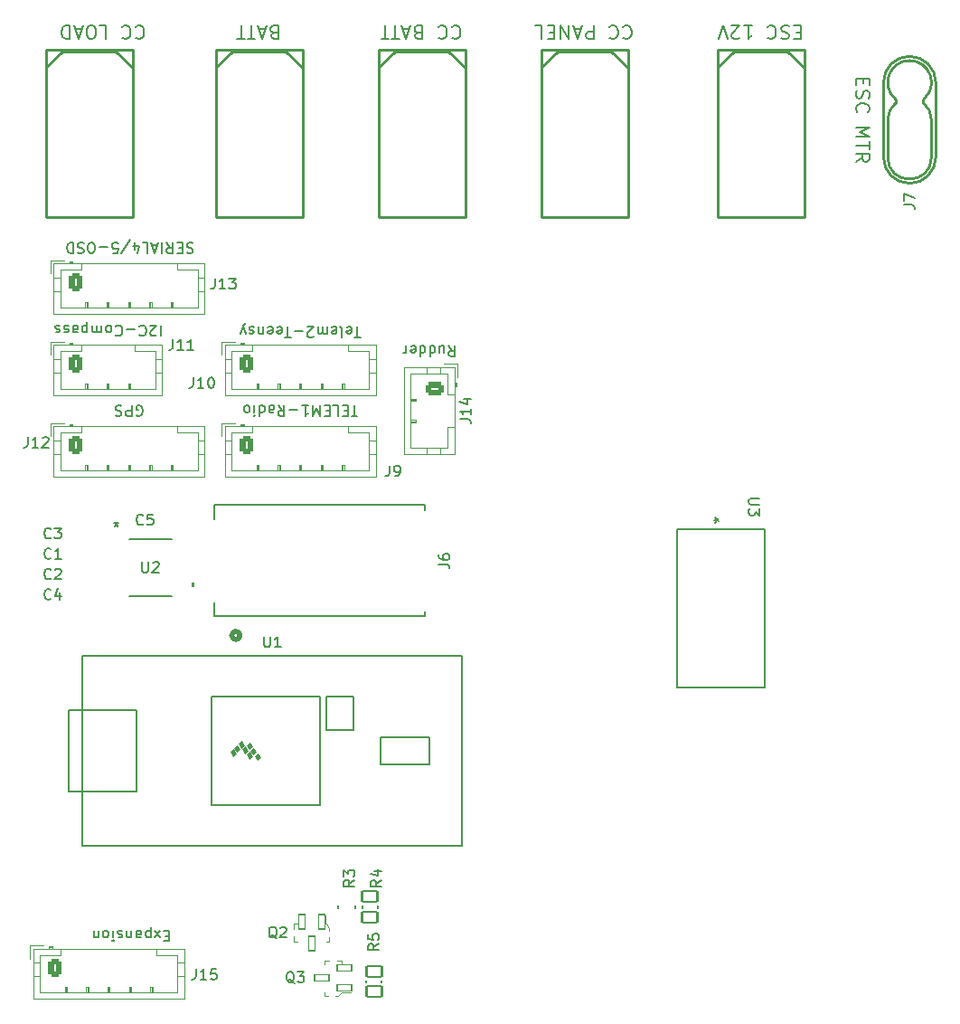
<source format=gbr>
%TF.GenerationSoftware,KiCad,Pcbnew,8.0.4*%
%TF.CreationDate,2025-03-13T14:26:21-04:00*%
%TF.ProjectId,erie_rov_mainboard,65726965-5f72-46f7-965f-6d61696e626f,rev?*%
%TF.SameCoordinates,Original*%
%TF.FileFunction,Legend,Top*%
%TF.FilePolarity,Positive*%
%FSLAX46Y46*%
G04 Gerber Fmt 4.6, Leading zero omitted, Abs format (unit mm)*
G04 Created by KiCad (PCBNEW 8.0.4) date 2025-03-13 14:26:21*
%MOMM*%
%LPD*%
G01*
G04 APERTURE LIST*
G04 Aperture macros list*
%AMRoundRect*
0 Rectangle with rounded corners*
0 $1 Rounding radius*
0 $2 $3 $4 $5 $6 $7 $8 $9 X,Y pos of 4 corners*
0 Add a 4 corners polygon primitive as box body*
4,1,4,$2,$3,$4,$5,$6,$7,$8,$9,$2,$3,0*
0 Add four circle primitives for the rounded corners*
1,1,$1+$1,$2,$3*
1,1,$1+$1,$4,$5*
1,1,$1+$1,$6,$7*
1,1,$1+$1,$8,$9*
0 Add four rect primitives between the rounded corners*
20,1,$1+$1,$2,$3,$4,$5,0*
20,1,$1+$1,$4,$5,$6,$7,0*
20,1,$1+$1,$6,$7,$8,$9,0*
20,1,$1+$1,$8,$9,$2,$3,0*%
G04 Aperture macros list end*
%ADD10C,0.203200*%
%ADD11C,0.150000*%
%ADD12C,0.152400*%
%ADD13C,0.250000*%
%ADD14C,0.000000*%
%ADD15C,0.100000*%
%ADD16C,0.120000*%
%ADD17C,0.127000*%
%ADD18C,0.508000*%
%ADD19R,6.350000X5.080000*%
%ADD20R,1.651000X5.080000*%
%ADD21C,5.800000*%
%ADD22R,1.380599X0.350800*%
%ADD23RoundRect,0.070000X0.650000X0.300000X-0.650000X0.300000X-0.650000X-0.300000X0.650000X-0.300000X0*%
%ADD24R,1.066800X1.219200*%
%ADD25RoundRect,0.264583X-0.610417X0.370417X-0.610417X-0.370417X0.610417X-0.370417X0.610417X0.370417X0*%
%ADD26O,1.750000X1.270000*%
%ADD27RoundRect,0.264583X-0.370417X-0.610417X0.370417X-0.610417X0.370417X0.610417X-0.370417X0.610417X0*%
%ADD28O,1.270000X1.750000*%
%ADD29R,1.397000X0.812800*%
%ADD30C,1.651000*%
%ADD31RoundRect,0.102000X-0.710000X0.500000X-0.710000X-0.500000X0.710000X-0.500000X0.710000X0.500000X0*%
%ADD32RoundRect,0.070000X-0.300000X0.650000X-0.300000X-0.650000X0.300000X-0.650000X0.300000X0.650000X0*%
%ADD33RoundRect,0.102000X0.710000X-0.500000X0.710000X0.500000X-0.710000X0.500000X-0.710000X-0.500000X0*%
%ADD34R,5.003800X0.762000*%
%ADD35R,4.495800X8.788400*%
%ADD36C,3.200000*%
%ADD37C,1.219200*%
G04 APERTURE END LIST*
D10*
X82701189Y-104863278D02*
X82519761Y-104802802D01*
X82519761Y-104802802D02*
X82459284Y-104742326D01*
X82459284Y-104742326D02*
X82398808Y-104621374D01*
X82398808Y-104621374D02*
X82398808Y-104439945D01*
X82398808Y-104439945D02*
X82459284Y-104318993D01*
X82459284Y-104318993D02*
X82519761Y-104258517D01*
X82519761Y-104258517D02*
X82640713Y-104198040D01*
X82640713Y-104198040D02*
X83124523Y-104198040D01*
X83124523Y-104198040D02*
X83124523Y-105468040D01*
X83124523Y-105468040D02*
X82701189Y-105468040D01*
X82701189Y-105468040D02*
X82580237Y-105407564D01*
X82580237Y-105407564D02*
X82519761Y-105347088D01*
X82519761Y-105347088D02*
X82459284Y-105226136D01*
X82459284Y-105226136D02*
X82459284Y-105105183D01*
X82459284Y-105105183D02*
X82519761Y-104984231D01*
X82519761Y-104984231D02*
X82580237Y-104923755D01*
X82580237Y-104923755D02*
X82701189Y-104863278D01*
X82701189Y-104863278D02*
X83124523Y-104863278D01*
X81914999Y-104560897D02*
X81310237Y-104560897D01*
X82035951Y-104198040D02*
X81612618Y-105468040D01*
X81612618Y-105468040D02*
X81189284Y-104198040D01*
X80947380Y-105468040D02*
X80221666Y-105468040D01*
X80584523Y-104198040D02*
X80584523Y-105468040D01*
X79979761Y-105468040D02*
X79254047Y-105468040D01*
X79616904Y-104198040D02*
X79616904Y-105468040D01*
X69759284Y-104318993D02*
X69819760Y-104258517D01*
X69819760Y-104258517D02*
X70001189Y-104198040D01*
X70001189Y-104198040D02*
X70122141Y-104198040D01*
X70122141Y-104198040D02*
X70303570Y-104258517D01*
X70303570Y-104258517D02*
X70424522Y-104379469D01*
X70424522Y-104379469D02*
X70484999Y-104500421D01*
X70484999Y-104500421D02*
X70545475Y-104742326D01*
X70545475Y-104742326D02*
X70545475Y-104923755D01*
X70545475Y-104923755D02*
X70484999Y-105165659D01*
X70484999Y-105165659D02*
X70424522Y-105286612D01*
X70424522Y-105286612D02*
X70303570Y-105407564D01*
X70303570Y-105407564D02*
X70122141Y-105468040D01*
X70122141Y-105468040D02*
X70001189Y-105468040D01*
X70001189Y-105468040D02*
X69819760Y-105407564D01*
X69819760Y-105407564D02*
X69759284Y-105347088D01*
X68489284Y-104318993D02*
X68549760Y-104258517D01*
X68549760Y-104258517D02*
X68731189Y-104198040D01*
X68731189Y-104198040D02*
X68852141Y-104198040D01*
X68852141Y-104198040D02*
X69033570Y-104258517D01*
X69033570Y-104258517D02*
X69154522Y-104379469D01*
X69154522Y-104379469D02*
X69214999Y-104500421D01*
X69214999Y-104500421D02*
X69275475Y-104742326D01*
X69275475Y-104742326D02*
X69275475Y-104923755D01*
X69275475Y-104923755D02*
X69214999Y-105165659D01*
X69214999Y-105165659D02*
X69154522Y-105286612D01*
X69154522Y-105286612D02*
X69033570Y-105407564D01*
X69033570Y-105407564D02*
X68852141Y-105468040D01*
X68852141Y-105468040D02*
X68731189Y-105468040D01*
X68731189Y-105468040D02*
X68549760Y-105407564D01*
X68549760Y-105407564D02*
X68489284Y-105347088D01*
X66372618Y-104198040D02*
X66977380Y-104198040D01*
X66977380Y-104198040D02*
X66977380Y-105468040D01*
X65707380Y-105468040D02*
X65465475Y-105468040D01*
X65465475Y-105468040D02*
X65344523Y-105407564D01*
X65344523Y-105407564D02*
X65223570Y-105286612D01*
X65223570Y-105286612D02*
X65163094Y-105044707D01*
X65163094Y-105044707D02*
X65163094Y-104621374D01*
X65163094Y-104621374D02*
X65223570Y-104379469D01*
X65223570Y-104379469D02*
X65344523Y-104258517D01*
X65344523Y-104258517D02*
X65465475Y-104198040D01*
X65465475Y-104198040D02*
X65707380Y-104198040D01*
X65707380Y-104198040D02*
X65828332Y-104258517D01*
X65828332Y-104258517D02*
X65949285Y-104379469D01*
X65949285Y-104379469D02*
X66009761Y-104621374D01*
X66009761Y-104621374D02*
X66009761Y-105044707D01*
X66009761Y-105044707D02*
X65949285Y-105286612D01*
X65949285Y-105286612D02*
X65828332Y-105407564D01*
X65828332Y-105407564D02*
X65707380Y-105468040D01*
X64679285Y-104560897D02*
X64074523Y-104560897D01*
X64800237Y-104198040D02*
X64376904Y-105468040D01*
X64376904Y-105468040D02*
X63953570Y-104198040D01*
X63530238Y-104198040D02*
X63530238Y-105468040D01*
X63530238Y-105468040D02*
X63227857Y-105468040D01*
X63227857Y-105468040D02*
X63046428Y-105407564D01*
X63046428Y-105407564D02*
X62925476Y-105286612D01*
X62925476Y-105286612D02*
X62864999Y-105165659D01*
X62864999Y-105165659D02*
X62804523Y-104923755D01*
X62804523Y-104923755D02*
X62804523Y-104742326D01*
X62804523Y-104742326D02*
X62864999Y-104500421D01*
X62864999Y-104500421D02*
X62925476Y-104379469D01*
X62925476Y-104379469D02*
X63046428Y-104258517D01*
X63046428Y-104258517D02*
X63227857Y-104198040D01*
X63227857Y-104198040D02*
X63530238Y-104198040D01*
D11*
X70358095Y-154394819D02*
X70358095Y-155204342D01*
X70358095Y-155204342D02*
X70405714Y-155299580D01*
X70405714Y-155299580D02*
X70453333Y-155347200D01*
X70453333Y-155347200D02*
X70548571Y-155394819D01*
X70548571Y-155394819D02*
X70739047Y-155394819D01*
X70739047Y-155394819D02*
X70834285Y-155347200D01*
X70834285Y-155347200D02*
X70881904Y-155299580D01*
X70881904Y-155299580D02*
X70929523Y-155204342D01*
X70929523Y-155204342D02*
X70929523Y-154394819D01*
X71358095Y-154490057D02*
X71405714Y-154442438D01*
X71405714Y-154442438D02*
X71500952Y-154394819D01*
X71500952Y-154394819D02*
X71739047Y-154394819D01*
X71739047Y-154394819D02*
X71834285Y-154442438D01*
X71834285Y-154442438D02*
X71881904Y-154490057D01*
X71881904Y-154490057D02*
X71929523Y-154585295D01*
X71929523Y-154585295D02*
X71929523Y-154680533D01*
X71929523Y-154680533D02*
X71881904Y-154823390D01*
X71881904Y-154823390D02*
X71310476Y-155394819D01*
X71310476Y-155394819D02*
X71929523Y-155394819D01*
X67925700Y-150626018D02*
X67925700Y-150864113D01*
X67687605Y-150768875D02*
X67925700Y-150864113D01*
X67925700Y-150864113D02*
X68163795Y-150768875D01*
X67782843Y-151054589D02*
X67925700Y-150864113D01*
X67925700Y-150864113D02*
X68068557Y-151054589D01*
X67925700Y-150626018D02*
X67925700Y-150864113D01*
X67687605Y-150768875D02*
X67925700Y-150864113D01*
X67925700Y-150864113D02*
X68163795Y-150768875D01*
X67782843Y-151054589D02*
X67925700Y-150864113D01*
X67925700Y-150864113D02*
X68068557Y-151054589D01*
X84613761Y-193844057D02*
X84518523Y-193796438D01*
X84518523Y-193796438D02*
X84423285Y-193701200D01*
X84423285Y-193701200D02*
X84280428Y-193558342D01*
X84280428Y-193558342D02*
X84185190Y-193510723D01*
X84185190Y-193510723D02*
X84089952Y-193510723D01*
X84137571Y-193748819D02*
X84042333Y-193701200D01*
X84042333Y-193701200D02*
X83947095Y-193605961D01*
X83947095Y-193605961D02*
X83899476Y-193415485D01*
X83899476Y-193415485D02*
X83899476Y-193082152D01*
X83899476Y-193082152D02*
X83947095Y-192891676D01*
X83947095Y-192891676D02*
X84042333Y-192796438D01*
X84042333Y-192796438D02*
X84137571Y-192748819D01*
X84137571Y-192748819D02*
X84328047Y-192748819D01*
X84328047Y-192748819D02*
X84423285Y-192796438D01*
X84423285Y-192796438D02*
X84518523Y-192891676D01*
X84518523Y-192891676D02*
X84566142Y-193082152D01*
X84566142Y-193082152D02*
X84566142Y-193415485D01*
X84566142Y-193415485D02*
X84518523Y-193605961D01*
X84518523Y-193605961D02*
X84423285Y-193701200D01*
X84423285Y-193701200D02*
X84328047Y-193748819D01*
X84328047Y-193748819D02*
X84137571Y-193748819D01*
X84899476Y-192748819D02*
X85518523Y-192748819D01*
X85518523Y-192748819D02*
X85185190Y-193129771D01*
X85185190Y-193129771D02*
X85328047Y-193129771D01*
X85328047Y-193129771D02*
X85423285Y-193177390D01*
X85423285Y-193177390D02*
X85470904Y-193225009D01*
X85470904Y-193225009D02*
X85518523Y-193320247D01*
X85518523Y-193320247D02*
X85518523Y-193558342D01*
X85518523Y-193558342D02*
X85470904Y-193653580D01*
X85470904Y-193653580D02*
X85423285Y-193701200D01*
X85423285Y-193701200D02*
X85328047Y-193748819D01*
X85328047Y-193748819D02*
X85042333Y-193748819D01*
X85042333Y-193748819D02*
X84947095Y-193701200D01*
X84947095Y-193701200D02*
X84899476Y-193653580D01*
X61809333Y-152124580D02*
X61761714Y-152172200D01*
X61761714Y-152172200D02*
X61618857Y-152219819D01*
X61618857Y-152219819D02*
X61523619Y-152219819D01*
X61523619Y-152219819D02*
X61380762Y-152172200D01*
X61380762Y-152172200D02*
X61285524Y-152076961D01*
X61285524Y-152076961D02*
X61237905Y-151981723D01*
X61237905Y-151981723D02*
X61190286Y-151791247D01*
X61190286Y-151791247D02*
X61190286Y-151648390D01*
X61190286Y-151648390D02*
X61237905Y-151457914D01*
X61237905Y-151457914D02*
X61285524Y-151362676D01*
X61285524Y-151362676D02*
X61380762Y-151267438D01*
X61380762Y-151267438D02*
X61523619Y-151219819D01*
X61523619Y-151219819D02*
X61618857Y-151219819D01*
X61618857Y-151219819D02*
X61761714Y-151267438D01*
X61761714Y-151267438D02*
X61809333Y-151315057D01*
X62142667Y-151219819D02*
X62761714Y-151219819D01*
X62761714Y-151219819D02*
X62428381Y-151600771D01*
X62428381Y-151600771D02*
X62571238Y-151600771D01*
X62571238Y-151600771D02*
X62666476Y-151648390D01*
X62666476Y-151648390D02*
X62714095Y-151696009D01*
X62714095Y-151696009D02*
X62761714Y-151791247D01*
X62761714Y-151791247D02*
X62761714Y-152029342D01*
X62761714Y-152029342D02*
X62714095Y-152124580D01*
X62714095Y-152124580D02*
X62666476Y-152172200D01*
X62666476Y-152172200D02*
X62571238Y-152219819D01*
X62571238Y-152219819D02*
X62285524Y-152219819D01*
X62285524Y-152219819D02*
X62190286Y-152172200D01*
X62190286Y-152172200D02*
X62142667Y-152124580D01*
D10*
X99392618Y-104318993D02*
X99453094Y-104258517D01*
X99453094Y-104258517D02*
X99634523Y-104198040D01*
X99634523Y-104198040D02*
X99755475Y-104198040D01*
X99755475Y-104198040D02*
X99936904Y-104258517D01*
X99936904Y-104258517D02*
X100057856Y-104379469D01*
X100057856Y-104379469D02*
X100118333Y-104500421D01*
X100118333Y-104500421D02*
X100178809Y-104742326D01*
X100178809Y-104742326D02*
X100178809Y-104923755D01*
X100178809Y-104923755D02*
X100118333Y-105165659D01*
X100118333Y-105165659D02*
X100057856Y-105286612D01*
X100057856Y-105286612D02*
X99936904Y-105407564D01*
X99936904Y-105407564D02*
X99755475Y-105468040D01*
X99755475Y-105468040D02*
X99634523Y-105468040D01*
X99634523Y-105468040D02*
X99453094Y-105407564D01*
X99453094Y-105407564D02*
X99392618Y-105347088D01*
X98122618Y-104318993D02*
X98183094Y-104258517D01*
X98183094Y-104258517D02*
X98364523Y-104198040D01*
X98364523Y-104198040D02*
X98485475Y-104198040D01*
X98485475Y-104198040D02*
X98666904Y-104258517D01*
X98666904Y-104258517D02*
X98787856Y-104379469D01*
X98787856Y-104379469D02*
X98848333Y-104500421D01*
X98848333Y-104500421D02*
X98908809Y-104742326D01*
X98908809Y-104742326D02*
X98908809Y-104923755D01*
X98908809Y-104923755D02*
X98848333Y-105165659D01*
X98848333Y-105165659D02*
X98787856Y-105286612D01*
X98787856Y-105286612D02*
X98666904Y-105407564D01*
X98666904Y-105407564D02*
X98485475Y-105468040D01*
X98485475Y-105468040D02*
X98364523Y-105468040D01*
X98364523Y-105468040D02*
X98183094Y-105407564D01*
X98183094Y-105407564D02*
X98122618Y-105347088D01*
X96187380Y-104863278D02*
X96005952Y-104802802D01*
X96005952Y-104802802D02*
X95945475Y-104742326D01*
X95945475Y-104742326D02*
X95884999Y-104621374D01*
X95884999Y-104621374D02*
X95884999Y-104439945D01*
X95884999Y-104439945D02*
X95945475Y-104318993D01*
X95945475Y-104318993D02*
X96005952Y-104258517D01*
X96005952Y-104258517D02*
X96126904Y-104198040D01*
X96126904Y-104198040D02*
X96610714Y-104198040D01*
X96610714Y-104198040D02*
X96610714Y-105468040D01*
X96610714Y-105468040D02*
X96187380Y-105468040D01*
X96187380Y-105468040D02*
X96066428Y-105407564D01*
X96066428Y-105407564D02*
X96005952Y-105347088D01*
X96005952Y-105347088D02*
X95945475Y-105226136D01*
X95945475Y-105226136D02*
X95945475Y-105105183D01*
X95945475Y-105105183D02*
X96005952Y-104984231D01*
X96005952Y-104984231D02*
X96066428Y-104923755D01*
X96066428Y-104923755D02*
X96187380Y-104863278D01*
X96187380Y-104863278D02*
X96610714Y-104863278D01*
X95401190Y-104560897D02*
X94796428Y-104560897D01*
X95522142Y-104198040D02*
X95098809Y-105468040D01*
X95098809Y-105468040D02*
X94675475Y-104198040D01*
X94433571Y-105468040D02*
X93707857Y-105468040D01*
X94070714Y-104198040D02*
X94070714Y-105468040D01*
X93465952Y-105468040D02*
X92740238Y-105468040D01*
X93103095Y-104198040D02*
X93103095Y-105468040D01*
D11*
X100144819Y-141049523D02*
X100859104Y-141049523D01*
X100859104Y-141049523D02*
X101001961Y-141097142D01*
X101001961Y-141097142D02*
X101097200Y-141192380D01*
X101097200Y-141192380D02*
X101144819Y-141335237D01*
X101144819Y-141335237D02*
X101144819Y-141430475D01*
X101144819Y-140049523D02*
X101144819Y-140620951D01*
X101144819Y-140335237D02*
X100144819Y-140335237D01*
X100144819Y-140335237D02*
X100287676Y-140430475D01*
X100287676Y-140430475D02*
X100382914Y-140525713D01*
X100382914Y-140525713D02*
X100430533Y-140620951D01*
X100478152Y-139192380D02*
X101144819Y-139192380D01*
X100097200Y-139430475D02*
X100811485Y-139668570D01*
X100811485Y-139668570D02*
X100811485Y-139049523D01*
X99067714Y-134165180D02*
X99401047Y-134641371D01*
X99639142Y-134165180D02*
X99639142Y-135165180D01*
X99639142Y-135165180D02*
X99258190Y-135165180D01*
X99258190Y-135165180D02*
X99162952Y-135117561D01*
X99162952Y-135117561D02*
X99115333Y-135069942D01*
X99115333Y-135069942D02*
X99067714Y-134974704D01*
X99067714Y-134974704D02*
X99067714Y-134831847D01*
X99067714Y-134831847D02*
X99115333Y-134736609D01*
X99115333Y-134736609D02*
X99162952Y-134688990D01*
X99162952Y-134688990D02*
X99258190Y-134641371D01*
X99258190Y-134641371D02*
X99639142Y-134641371D01*
X98210571Y-134831847D02*
X98210571Y-134165180D01*
X98639142Y-134831847D02*
X98639142Y-134308038D01*
X98639142Y-134308038D02*
X98591523Y-134212800D01*
X98591523Y-134212800D02*
X98496285Y-134165180D01*
X98496285Y-134165180D02*
X98353428Y-134165180D01*
X98353428Y-134165180D02*
X98258190Y-134212800D01*
X98258190Y-134212800D02*
X98210571Y-134260419D01*
X97305809Y-134165180D02*
X97305809Y-135165180D01*
X97305809Y-134212800D02*
X97401047Y-134165180D01*
X97401047Y-134165180D02*
X97591523Y-134165180D01*
X97591523Y-134165180D02*
X97686761Y-134212800D01*
X97686761Y-134212800D02*
X97734380Y-134260419D01*
X97734380Y-134260419D02*
X97781999Y-134355657D01*
X97781999Y-134355657D02*
X97781999Y-134641371D01*
X97781999Y-134641371D02*
X97734380Y-134736609D01*
X97734380Y-134736609D02*
X97686761Y-134784228D01*
X97686761Y-134784228D02*
X97591523Y-134831847D01*
X97591523Y-134831847D02*
X97401047Y-134831847D01*
X97401047Y-134831847D02*
X97305809Y-134784228D01*
X96401047Y-134165180D02*
X96401047Y-135165180D01*
X96401047Y-134212800D02*
X96496285Y-134165180D01*
X96496285Y-134165180D02*
X96686761Y-134165180D01*
X96686761Y-134165180D02*
X96781999Y-134212800D01*
X96781999Y-134212800D02*
X96829618Y-134260419D01*
X96829618Y-134260419D02*
X96877237Y-134355657D01*
X96877237Y-134355657D02*
X96877237Y-134641371D01*
X96877237Y-134641371D02*
X96829618Y-134736609D01*
X96829618Y-134736609D02*
X96781999Y-134784228D01*
X96781999Y-134784228D02*
X96686761Y-134831847D01*
X96686761Y-134831847D02*
X96496285Y-134831847D01*
X96496285Y-134831847D02*
X96401047Y-134784228D01*
X95543904Y-134212800D02*
X95639142Y-134165180D01*
X95639142Y-134165180D02*
X95829618Y-134165180D01*
X95829618Y-134165180D02*
X95924856Y-134212800D01*
X95924856Y-134212800D02*
X95972475Y-134308038D01*
X95972475Y-134308038D02*
X95972475Y-134688990D01*
X95972475Y-134688990D02*
X95924856Y-134784228D01*
X95924856Y-134784228D02*
X95829618Y-134831847D01*
X95829618Y-134831847D02*
X95639142Y-134831847D01*
X95639142Y-134831847D02*
X95543904Y-134784228D01*
X95543904Y-134784228D02*
X95496285Y-134688990D01*
X95496285Y-134688990D02*
X95496285Y-134593752D01*
X95496285Y-134593752D02*
X95972475Y-134498514D01*
X95067713Y-134165180D02*
X95067713Y-134831847D01*
X95067713Y-134641371D02*
X95020094Y-134736609D01*
X95020094Y-134736609D02*
X94972475Y-134784228D01*
X94972475Y-134784228D02*
X94877237Y-134831847D01*
X94877237Y-134831847D02*
X94781999Y-134831847D01*
D10*
X115418808Y-104318993D02*
X115479284Y-104258517D01*
X115479284Y-104258517D02*
X115660713Y-104198040D01*
X115660713Y-104198040D02*
X115781665Y-104198040D01*
X115781665Y-104198040D02*
X115963094Y-104258517D01*
X115963094Y-104258517D02*
X116084046Y-104379469D01*
X116084046Y-104379469D02*
X116144523Y-104500421D01*
X116144523Y-104500421D02*
X116204999Y-104742326D01*
X116204999Y-104742326D02*
X116204999Y-104923755D01*
X116204999Y-104923755D02*
X116144523Y-105165659D01*
X116144523Y-105165659D02*
X116084046Y-105286612D01*
X116084046Y-105286612D02*
X115963094Y-105407564D01*
X115963094Y-105407564D02*
X115781665Y-105468040D01*
X115781665Y-105468040D02*
X115660713Y-105468040D01*
X115660713Y-105468040D02*
X115479284Y-105407564D01*
X115479284Y-105407564D02*
X115418808Y-105347088D01*
X114148808Y-104318993D02*
X114209284Y-104258517D01*
X114209284Y-104258517D02*
X114390713Y-104198040D01*
X114390713Y-104198040D02*
X114511665Y-104198040D01*
X114511665Y-104198040D02*
X114693094Y-104258517D01*
X114693094Y-104258517D02*
X114814046Y-104379469D01*
X114814046Y-104379469D02*
X114874523Y-104500421D01*
X114874523Y-104500421D02*
X114934999Y-104742326D01*
X114934999Y-104742326D02*
X114934999Y-104923755D01*
X114934999Y-104923755D02*
X114874523Y-105165659D01*
X114874523Y-105165659D02*
X114814046Y-105286612D01*
X114814046Y-105286612D02*
X114693094Y-105407564D01*
X114693094Y-105407564D02*
X114511665Y-105468040D01*
X114511665Y-105468040D02*
X114390713Y-105468040D01*
X114390713Y-105468040D02*
X114209284Y-105407564D01*
X114209284Y-105407564D02*
X114148808Y-105347088D01*
X112636904Y-104198040D02*
X112636904Y-105468040D01*
X112636904Y-105468040D02*
X112153094Y-105468040D01*
X112153094Y-105468040D02*
X112032142Y-105407564D01*
X112032142Y-105407564D02*
X111971665Y-105347088D01*
X111971665Y-105347088D02*
X111911189Y-105226136D01*
X111911189Y-105226136D02*
X111911189Y-105044707D01*
X111911189Y-105044707D02*
X111971665Y-104923755D01*
X111971665Y-104923755D02*
X112032142Y-104863278D01*
X112032142Y-104863278D02*
X112153094Y-104802802D01*
X112153094Y-104802802D02*
X112636904Y-104802802D01*
X111427380Y-104560897D02*
X110822618Y-104560897D01*
X111548332Y-104198040D02*
X111124999Y-105468040D01*
X111124999Y-105468040D02*
X110701665Y-104198040D01*
X110278333Y-104198040D02*
X110278333Y-105468040D01*
X110278333Y-105468040D02*
X109552618Y-104198040D01*
X109552618Y-104198040D02*
X109552618Y-105468040D01*
X108947857Y-104863278D02*
X108524523Y-104863278D01*
X108343095Y-104198040D02*
X108947857Y-104198040D01*
X108947857Y-104198040D02*
X108947857Y-105468040D01*
X108947857Y-105468040D02*
X108343095Y-105468040D01*
X107194047Y-104198040D02*
X107798809Y-104198040D01*
X107798809Y-104198040D02*
X107798809Y-105468040D01*
D11*
X75136476Y-137122819D02*
X75136476Y-137837104D01*
X75136476Y-137837104D02*
X75088857Y-137979961D01*
X75088857Y-137979961D02*
X74993619Y-138075200D01*
X74993619Y-138075200D02*
X74850762Y-138122819D01*
X74850762Y-138122819D02*
X74755524Y-138122819D01*
X76136476Y-138122819D02*
X75565048Y-138122819D01*
X75850762Y-138122819D02*
X75850762Y-137122819D01*
X75850762Y-137122819D02*
X75755524Y-137265676D01*
X75755524Y-137265676D02*
X75660286Y-137360914D01*
X75660286Y-137360914D02*
X75565048Y-137408533D01*
X76755524Y-137122819D02*
X76850762Y-137122819D01*
X76850762Y-137122819D02*
X76946000Y-137170438D01*
X76946000Y-137170438D02*
X76993619Y-137218057D01*
X76993619Y-137218057D02*
X77041238Y-137313295D01*
X77041238Y-137313295D02*
X77088857Y-137503771D01*
X77088857Y-137503771D02*
X77088857Y-137741866D01*
X77088857Y-137741866D02*
X77041238Y-137932342D01*
X77041238Y-137932342D02*
X76993619Y-138027580D01*
X76993619Y-138027580D02*
X76946000Y-138075200D01*
X76946000Y-138075200D02*
X76850762Y-138122819D01*
X76850762Y-138122819D02*
X76755524Y-138122819D01*
X76755524Y-138122819D02*
X76660286Y-138075200D01*
X76660286Y-138075200D02*
X76612667Y-138027580D01*
X76612667Y-138027580D02*
X76565048Y-137932342D01*
X76565048Y-137932342D02*
X76517429Y-137741866D01*
X76517429Y-137741866D02*
X76517429Y-137503771D01*
X76517429Y-137503771D02*
X76565048Y-137313295D01*
X76565048Y-137313295D02*
X76612667Y-137218057D01*
X76612667Y-137218057D02*
X76660286Y-137170438D01*
X76660286Y-137170438D02*
X76755524Y-137122819D01*
X90812857Y-133387180D02*
X90241429Y-133387180D01*
X90527143Y-132387180D02*
X90527143Y-133387180D01*
X89527143Y-132434800D02*
X89622381Y-132387180D01*
X89622381Y-132387180D02*
X89812857Y-132387180D01*
X89812857Y-132387180D02*
X89908095Y-132434800D01*
X89908095Y-132434800D02*
X89955714Y-132530038D01*
X89955714Y-132530038D02*
X89955714Y-132910990D01*
X89955714Y-132910990D02*
X89908095Y-133006228D01*
X89908095Y-133006228D02*
X89812857Y-133053847D01*
X89812857Y-133053847D02*
X89622381Y-133053847D01*
X89622381Y-133053847D02*
X89527143Y-133006228D01*
X89527143Y-133006228D02*
X89479524Y-132910990D01*
X89479524Y-132910990D02*
X89479524Y-132815752D01*
X89479524Y-132815752D02*
X89955714Y-132720514D01*
X88908095Y-132387180D02*
X89003333Y-132434800D01*
X89003333Y-132434800D02*
X89050952Y-132530038D01*
X89050952Y-132530038D02*
X89050952Y-133387180D01*
X88146190Y-132434800D02*
X88241428Y-132387180D01*
X88241428Y-132387180D02*
X88431904Y-132387180D01*
X88431904Y-132387180D02*
X88527142Y-132434800D01*
X88527142Y-132434800D02*
X88574761Y-132530038D01*
X88574761Y-132530038D02*
X88574761Y-132910990D01*
X88574761Y-132910990D02*
X88527142Y-133006228D01*
X88527142Y-133006228D02*
X88431904Y-133053847D01*
X88431904Y-133053847D02*
X88241428Y-133053847D01*
X88241428Y-133053847D02*
X88146190Y-133006228D01*
X88146190Y-133006228D02*
X88098571Y-132910990D01*
X88098571Y-132910990D02*
X88098571Y-132815752D01*
X88098571Y-132815752D02*
X88574761Y-132720514D01*
X87669999Y-132387180D02*
X87669999Y-133053847D01*
X87669999Y-132958609D02*
X87622380Y-133006228D01*
X87622380Y-133006228D02*
X87527142Y-133053847D01*
X87527142Y-133053847D02*
X87384285Y-133053847D01*
X87384285Y-133053847D02*
X87289047Y-133006228D01*
X87289047Y-133006228D02*
X87241428Y-132910990D01*
X87241428Y-132910990D02*
X87241428Y-132387180D01*
X87241428Y-132910990D02*
X87193809Y-133006228D01*
X87193809Y-133006228D02*
X87098571Y-133053847D01*
X87098571Y-133053847D02*
X86955714Y-133053847D01*
X86955714Y-133053847D02*
X86860475Y-133006228D01*
X86860475Y-133006228D02*
X86812856Y-132910990D01*
X86812856Y-132910990D02*
X86812856Y-132387180D01*
X86384285Y-133291942D02*
X86336666Y-133339561D01*
X86336666Y-133339561D02*
X86241428Y-133387180D01*
X86241428Y-133387180D02*
X86003333Y-133387180D01*
X86003333Y-133387180D02*
X85908095Y-133339561D01*
X85908095Y-133339561D02*
X85860476Y-133291942D01*
X85860476Y-133291942D02*
X85812857Y-133196704D01*
X85812857Y-133196704D02*
X85812857Y-133101466D01*
X85812857Y-133101466D02*
X85860476Y-132958609D01*
X85860476Y-132958609D02*
X86431904Y-132387180D01*
X86431904Y-132387180D02*
X85812857Y-132387180D01*
X85384285Y-132768133D02*
X84622381Y-132768133D01*
X84289047Y-133387180D02*
X83717619Y-133387180D01*
X84003333Y-132387180D02*
X84003333Y-133387180D01*
X83003333Y-132434800D02*
X83098571Y-132387180D01*
X83098571Y-132387180D02*
X83289047Y-132387180D01*
X83289047Y-132387180D02*
X83384285Y-132434800D01*
X83384285Y-132434800D02*
X83431904Y-132530038D01*
X83431904Y-132530038D02*
X83431904Y-132910990D01*
X83431904Y-132910990D02*
X83384285Y-133006228D01*
X83384285Y-133006228D02*
X83289047Y-133053847D01*
X83289047Y-133053847D02*
X83098571Y-133053847D01*
X83098571Y-133053847D02*
X83003333Y-133006228D01*
X83003333Y-133006228D02*
X82955714Y-132910990D01*
X82955714Y-132910990D02*
X82955714Y-132815752D01*
X82955714Y-132815752D02*
X83431904Y-132720514D01*
X82146190Y-132434800D02*
X82241428Y-132387180D01*
X82241428Y-132387180D02*
X82431904Y-132387180D01*
X82431904Y-132387180D02*
X82527142Y-132434800D01*
X82527142Y-132434800D02*
X82574761Y-132530038D01*
X82574761Y-132530038D02*
X82574761Y-132910990D01*
X82574761Y-132910990D02*
X82527142Y-133006228D01*
X82527142Y-133006228D02*
X82431904Y-133053847D01*
X82431904Y-133053847D02*
X82241428Y-133053847D01*
X82241428Y-133053847D02*
X82146190Y-133006228D01*
X82146190Y-133006228D02*
X82098571Y-132910990D01*
X82098571Y-132910990D02*
X82098571Y-132815752D01*
X82098571Y-132815752D02*
X82574761Y-132720514D01*
X81669999Y-133053847D02*
X81669999Y-132387180D01*
X81669999Y-132958609D02*
X81622380Y-133006228D01*
X81622380Y-133006228D02*
X81527142Y-133053847D01*
X81527142Y-133053847D02*
X81384285Y-133053847D01*
X81384285Y-133053847D02*
X81289047Y-133006228D01*
X81289047Y-133006228D02*
X81241428Y-132910990D01*
X81241428Y-132910990D02*
X81241428Y-132387180D01*
X80812856Y-132434800D02*
X80717618Y-132387180D01*
X80717618Y-132387180D02*
X80527142Y-132387180D01*
X80527142Y-132387180D02*
X80431904Y-132434800D01*
X80431904Y-132434800D02*
X80384285Y-132530038D01*
X80384285Y-132530038D02*
X80384285Y-132577657D01*
X80384285Y-132577657D02*
X80431904Y-132672895D01*
X80431904Y-132672895D02*
X80527142Y-132720514D01*
X80527142Y-132720514D02*
X80669999Y-132720514D01*
X80669999Y-132720514D02*
X80765237Y-132768133D01*
X80765237Y-132768133D02*
X80812856Y-132863371D01*
X80812856Y-132863371D02*
X80812856Y-132910990D01*
X80812856Y-132910990D02*
X80765237Y-133006228D01*
X80765237Y-133006228D02*
X80669999Y-133053847D01*
X80669999Y-133053847D02*
X80527142Y-133053847D01*
X80527142Y-133053847D02*
X80431904Y-133006228D01*
X80050951Y-133053847D02*
X79812856Y-132387180D01*
X79574761Y-133053847D02*
X79812856Y-132387180D01*
X79812856Y-132387180D02*
X79908094Y-132149085D01*
X79908094Y-132149085D02*
X79955713Y-132101466D01*
X79955713Y-132101466D02*
X80050951Y-132053847D01*
X75390476Y-192494819D02*
X75390476Y-193209104D01*
X75390476Y-193209104D02*
X75342857Y-193351961D01*
X75342857Y-193351961D02*
X75247619Y-193447200D01*
X75247619Y-193447200D02*
X75104762Y-193494819D01*
X75104762Y-193494819D02*
X75009524Y-193494819D01*
X76390476Y-193494819D02*
X75819048Y-193494819D01*
X76104762Y-193494819D02*
X76104762Y-192494819D01*
X76104762Y-192494819D02*
X76009524Y-192637676D01*
X76009524Y-192637676D02*
X75914286Y-192732914D01*
X75914286Y-192732914D02*
X75819048Y-192780533D01*
X77295238Y-192494819D02*
X76819048Y-192494819D01*
X76819048Y-192494819D02*
X76771429Y-192971009D01*
X76771429Y-192971009D02*
X76819048Y-192923390D01*
X76819048Y-192923390D02*
X76914286Y-192875771D01*
X76914286Y-192875771D02*
X77152381Y-192875771D01*
X77152381Y-192875771D02*
X77247619Y-192923390D01*
X77247619Y-192923390D02*
X77295238Y-192971009D01*
X77295238Y-192971009D02*
X77342857Y-193066247D01*
X77342857Y-193066247D02*
X77342857Y-193304342D01*
X77342857Y-193304342D02*
X77295238Y-193399580D01*
X77295238Y-193399580D02*
X77247619Y-193447200D01*
X77247619Y-193447200D02*
X77152381Y-193494819D01*
X77152381Y-193494819D02*
X76914286Y-193494819D01*
X76914286Y-193494819D02*
X76819048Y-193447200D01*
X76819048Y-193447200D02*
X76771429Y-193399580D01*
X72865809Y-189425990D02*
X72532476Y-189425990D01*
X72389619Y-188902180D02*
X72865809Y-188902180D01*
X72865809Y-188902180D02*
X72865809Y-189902180D01*
X72865809Y-189902180D02*
X72389619Y-189902180D01*
X72056285Y-188902180D02*
X71532476Y-189568847D01*
X72056285Y-189568847D02*
X71532476Y-188902180D01*
X71151523Y-189568847D02*
X71151523Y-188568847D01*
X71151523Y-189521228D02*
X71056285Y-189568847D01*
X71056285Y-189568847D02*
X70865809Y-189568847D01*
X70865809Y-189568847D02*
X70770571Y-189521228D01*
X70770571Y-189521228D02*
X70722952Y-189473609D01*
X70722952Y-189473609D02*
X70675333Y-189378371D01*
X70675333Y-189378371D02*
X70675333Y-189092657D01*
X70675333Y-189092657D02*
X70722952Y-188997419D01*
X70722952Y-188997419D02*
X70770571Y-188949800D01*
X70770571Y-188949800D02*
X70865809Y-188902180D01*
X70865809Y-188902180D02*
X71056285Y-188902180D01*
X71056285Y-188902180D02*
X71151523Y-188949800D01*
X69818190Y-188902180D02*
X69818190Y-189425990D01*
X69818190Y-189425990D02*
X69865809Y-189521228D01*
X69865809Y-189521228D02*
X69961047Y-189568847D01*
X69961047Y-189568847D02*
X70151523Y-189568847D01*
X70151523Y-189568847D02*
X70246761Y-189521228D01*
X69818190Y-188949800D02*
X69913428Y-188902180D01*
X69913428Y-188902180D02*
X70151523Y-188902180D01*
X70151523Y-188902180D02*
X70246761Y-188949800D01*
X70246761Y-188949800D02*
X70294380Y-189045038D01*
X70294380Y-189045038D02*
X70294380Y-189140276D01*
X70294380Y-189140276D02*
X70246761Y-189235514D01*
X70246761Y-189235514D02*
X70151523Y-189283133D01*
X70151523Y-189283133D02*
X69913428Y-189283133D01*
X69913428Y-189283133D02*
X69818190Y-189330752D01*
X69341999Y-189568847D02*
X69341999Y-188902180D01*
X69341999Y-189473609D02*
X69294380Y-189521228D01*
X69294380Y-189521228D02*
X69199142Y-189568847D01*
X69199142Y-189568847D02*
X69056285Y-189568847D01*
X69056285Y-189568847D02*
X68961047Y-189521228D01*
X68961047Y-189521228D02*
X68913428Y-189425990D01*
X68913428Y-189425990D02*
X68913428Y-188902180D01*
X68484856Y-188949800D02*
X68389618Y-188902180D01*
X68389618Y-188902180D02*
X68199142Y-188902180D01*
X68199142Y-188902180D02*
X68103904Y-188949800D01*
X68103904Y-188949800D02*
X68056285Y-189045038D01*
X68056285Y-189045038D02*
X68056285Y-189092657D01*
X68056285Y-189092657D02*
X68103904Y-189187895D01*
X68103904Y-189187895D02*
X68199142Y-189235514D01*
X68199142Y-189235514D02*
X68341999Y-189235514D01*
X68341999Y-189235514D02*
X68437237Y-189283133D01*
X68437237Y-189283133D02*
X68484856Y-189378371D01*
X68484856Y-189378371D02*
X68484856Y-189425990D01*
X68484856Y-189425990D02*
X68437237Y-189521228D01*
X68437237Y-189521228D02*
X68341999Y-189568847D01*
X68341999Y-189568847D02*
X68199142Y-189568847D01*
X68199142Y-189568847D02*
X68103904Y-189521228D01*
X67627713Y-188902180D02*
X67627713Y-189568847D01*
X67627713Y-189902180D02*
X67675332Y-189854561D01*
X67675332Y-189854561D02*
X67627713Y-189806942D01*
X67627713Y-189806942D02*
X67580094Y-189854561D01*
X67580094Y-189854561D02*
X67627713Y-189902180D01*
X67627713Y-189902180D02*
X67627713Y-189806942D01*
X67008666Y-188902180D02*
X67103904Y-188949800D01*
X67103904Y-188949800D02*
X67151523Y-188997419D01*
X67151523Y-188997419D02*
X67199142Y-189092657D01*
X67199142Y-189092657D02*
X67199142Y-189378371D01*
X67199142Y-189378371D02*
X67151523Y-189473609D01*
X67151523Y-189473609D02*
X67103904Y-189521228D01*
X67103904Y-189521228D02*
X67008666Y-189568847D01*
X67008666Y-189568847D02*
X66865809Y-189568847D01*
X66865809Y-189568847D02*
X66770571Y-189521228D01*
X66770571Y-189521228D02*
X66722952Y-189473609D01*
X66722952Y-189473609D02*
X66675333Y-189378371D01*
X66675333Y-189378371D02*
X66675333Y-189092657D01*
X66675333Y-189092657D02*
X66722952Y-188997419D01*
X66722952Y-188997419D02*
X66770571Y-188949800D01*
X66770571Y-188949800D02*
X66865809Y-188902180D01*
X66865809Y-188902180D02*
X67008666Y-188902180D01*
X66246761Y-189568847D02*
X66246761Y-188902180D01*
X66246761Y-189473609D02*
X66199142Y-189521228D01*
X66199142Y-189521228D02*
X66103904Y-189568847D01*
X66103904Y-189568847D02*
X65961047Y-189568847D01*
X65961047Y-189568847D02*
X65865809Y-189521228D01*
X65865809Y-189521228D02*
X65818190Y-189425990D01*
X65818190Y-189425990D02*
X65818190Y-188902180D01*
X59642476Y-142710819D02*
X59642476Y-143425104D01*
X59642476Y-143425104D02*
X59594857Y-143567961D01*
X59594857Y-143567961D02*
X59499619Y-143663200D01*
X59499619Y-143663200D02*
X59356762Y-143710819D01*
X59356762Y-143710819D02*
X59261524Y-143710819D01*
X60642476Y-143710819D02*
X60071048Y-143710819D01*
X60356762Y-143710819D02*
X60356762Y-142710819D01*
X60356762Y-142710819D02*
X60261524Y-142853676D01*
X60261524Y-142853676D02*
X60166286Y-142948914D01*
X60166286Y-142948914D02*
X60071048Y-142996533D01*
X61023429Y-142806057D02*
X61071048Y-142758438D01*
X61071048Y-142758438D02*
X61166286Y-142710819D01*
X61166286Y-142710819D02*
X61404381Y-142710819D01*
X61404381Y-142710819D02*
X61499619Y-142758438D01*
X61499619Y-142758438D02*
X61547238Y-142806057D01*
X61547238Y-142806057D02*
X61594857Y-142901295D01*
X61594857Y-142901295D02*
X61594857Y-142996533D01*
X61594857Y-142996533D02*
X61547238Y-143139390D01*
X61547238Y-143139390D02*
X60975810Y-143710819D01*
X60975810Y-143710819D02*
X61594857Y-143710819D01*
X69849285Y-140705561D02*
X69944523Y-140753180D01*
X69944523Y-140753180D02*
X70087380Y-140753180D01*
X70087380Y-140753180D02*
X70230237Y-140705561D01*
X70230237Y-140705561D02*
X70325475Y-140610323D01*
X70325475Y-140610323D02*
X70373094Y-140515085D01*
X70373094Y-140515085D02*
X70420713Y-140324609D01*
X70420713Y-140324609D02*
X70420713Y-140181752D01*
X70420713Y-140181752D02*
X70373094Y-139991276D01*
X70373094Y-139991276D02*
X70325475Y-139896038D01*
X70325475Y-139896038D02*
X70230237Y-139800800D01*
X70230237Y-139800800D02*
X70087380Y-139753180D01*
X70087380Y-139753180D02*
X69992142Y-139753180D01*
X69992142Y-139753180D02*
X69849285Y-139800800D01*
X69849285Y-139800800D02*
X69801666Y-139848419D01*
X69801666Y-139848419D02*
X69801666Y-140181752D01*
X69801666Y-140181752D02*
X69992142Y-140181752D01*
X69373094Y-139753180D02*
X69373094Y-140753180D01*
X69373094Y-140753180D02*
X68992142Y-140753180D01*
X68992142Y-140753180D02*
X68896904Y-140705561D01*
X68896904Y-140705561D02*
X68849285Y-140657942D01*
X68849285Y-140657942D02*
X68801666Y-140562704D01*
X68801666Y-140562704D02*
X68801666Y-140419847D01*
X68801666Y-140419847D02*
X68849285Y-140324609D01*
X68849285Y-140324609D02*
X68896904Y-140276990D01*
X68896904Y-140276990D02*
X68992142Y-140229371D01*
X68992142Y-140229371D02*
X69373094Y-140229371D01*
X68420713Y-139800800D02*
X68277856Y-139753180D01*
X68277856Y-139753180D02*
X68039761Y-139753180D01*
X68039761Y-139753180D02*
X67944523Y-139800800D01*
X67944523Y-139800800D02*
X67896904Y-139848419D01*
X67896904Y-139848419D02*
X67849285Y-139943657D01*
X67849285Y-139943657D02*
X67849285Y-140038895D01*
X67849285Y-140038895D02*
X67896904Y-140134133D01*
X67896904Y-140134133D02*
X67944523Y-140181752D01*
X67944523Y-140181752D02*
X68039761Y-140229371D01*
X68039761Y-140229371D02*
X68230237Y-140276990D01*
X68230237Y-140276990D02*
X68325475Y-140324609D01*
X68325475Y-140324609D02*
X68373094Y-140372228D01*
X68373094Y-140372228D02*
X68420713Y-140467466D01*
X68420713Y-140467466D02*
X68420713Y-140562704D01*
X68420713Y-140562704D02*
X68373094Y-140657942D01*
X68373094Y-140657942D02*
X68325475Y-140705561D01*
X68325475Y-140705561D02*
X68230237Y-140753180D01*
X68230237Y-140753180D02*
X67992142Y-140753180D01*
X67992142Y-140753180D02*
X67849285Y-140705561D01*
X90243819Y-184189666D02*
X89767628Y-184522999D01*
X90243819Y-184761094D02*
X89243819Y-184761094D01*
X89243819Y-184761094D02*
X89243819Y-184380142D01*
X89243819Y-184380142D02*
X89291438Y-184284904D01*
X89291438Y-184284904D02*
X89339057Y-184237285D01*
X89339057Y-184237285D02*
X89434295Y-184189666D01*
X89434295Y-184189666D02*
X89577152Y-184189666D01*
X89577152Y-184189666D02*
X89672390Y-184237285D01*
X89672390Y-184237285D02*
X89720009Y-184284904D01*
X89720009Y-184284904D02*
X89767628Y-184380142D01*
X89767628Y-184380142D02*
X89767628Y-184761094D01*
X89243819Y-183856332D02*
X89243819Y-183237285D01*
X89243819Y-183237285D02*
X89624771Y-183570618D01*
X89624771Y-183570618D02*
X89624771Y-183427761D01*
X89624771Y-183427761D02*
X89672390Y-183332523D01*
X89672390Y-183332523D02*
X89720009Y-183284904D01*
X89720009Y-183284904D02*
X89815247Y-183237285D01*
X89815247Y-183237285D02*
X90053342Y-183237285D01*
X90053342Y-183237285D02*
X90148580Y-183284904D01*
X90148580Y-183284904D02*
X90196200Y-183332523D01*
X90196200Y-183332523D02*
X90243819Y-183427761D01*
X90243819Y-183427761D02*
X90243819Y-183713475D01*
X90243819Y-183713475D02*
X90196200Y-183808713D01*
X90196200Y-183808713D02*
X90148580Y-183856332D01*
X81788095Y-161379819D02*
X81788095Y-162189342D01*
X81788095Y-162189342D02*
X81835714Y-162284580D01*
X81835714Y-162284580D02*
X81883333Y-162332200D01*
X81883333Y-162332200D02*
X81978571Y-162379819D01*
X81978571Y-162379819D02*
X82169047Y-162379819D01*
X82169047Y-162379819D02*
X82264285Y-162332200D01*
X82264285Y-162332200D02*
X82311904Y-162284580D01*
X82311904Y-162284580D02*
X82359523Y-162189342D01*
X82359523Y-162189342D02*
X82359523Y-161379819D01*
X83359523Y-162379819D02*
X82788095Y-162379819D01*
X83073809Y-162379819D02*
X83073809Y-161379819D01*
X83073809Y-161379819D02*
X82978571Y-161522676D01*
X82978571Y-161522676D02*
X82883333Y-161617914D01*
X82883333Y-161617914D02*
X82788095Y-161665533D01*
X73231476Y-133566819D02*
X73231476Y-134281104D01*
X73231476Y-134281104D02*
X73183857Y-134423961D01*
X73183857Y-134423961D02*
X73088619Y-134519200D01*
X73088619Y-134519200D02*
X72945762Y-134566819D01*
X72945762Y-134566819D02*
X72850524Y-134566819D01*
X74231476Y-134566819D02*
X73660048Y-134566819D01*
X73945762Y-134566819D02*
X73945762Y-133566819D01*
X73945762Y-133566819D02*
X73850524Y-133709676D01*
X73850524Y-133709676D02*
X73755286Y-133804914D01*
X73755286Y-133804914D02*
X73660048Y-133852533D01*
X75183857Y-134566819D02*
X74612429Y-134566819D01*
X74898143Y-134566819D02*
X74898143Y-133566819D01*
X74898143Y-133566819D02*
X74802905Y-133709676D01*
X74802905Y-133709676D02*
X74707667Y-133804914D01*
X74707667Y-133804914D02*
X74612429Y-133852533D01*
X72111570Y-132260180D02*
X72111570Y-133260180D01*
X71682999Y-133164942D02*
X71635380Y-133212561D01*
X71635380Y-133212561D02*
X71540142Y-133260180D01*
X71540142Y-133260180D02*
X71302047Y-133260180D01*
X71302047Y-133260180D02*
X71206809Y-133212561D01*
X71206809Y-133212561D02*
X71159190Y-133164942D01*
X71159190Y-133164942D02*
X71111571Y-133069704D01*
X71111571Y-133069704D02*
X71111571Y-132974466D01*
X71111571Y-132974466D02*
X71159190Y-132831609D01*
X71159190Y-132831609D02*
X71730618Y-132260180D01*
X71730618Y-132260180D02*
X71111571Y-132260180D01*
X70111571Y-132355419D02*
X70159190Y-132307800D01*
X70159190Y-132307800D02*
X70302047Y-132260180D01*
X70302047Y-132260180D02*
X70397285Y-132260180D01*
X70397285Y-132260180D02*
X70540142Y-132307800D01*
X70540142Y-132307800D02*
X70635380Y-132403038D01*
X70635380Y-132403038D02*
X70682999Y-132498276D01*
X70682999Y-132498276D02*
X70730618Y-132688752D01*
X70730618Y-132688752D02*
X70730618Y-132831609D01*
X70730618Y-132831609D02*
X70682999Y-133022085D01*
X70682999Y-133022085D02*
X70635380Y-133117323D01*
X70635380Y-133117323D02*
X70540142Y-133212561D01*
X70540142Y-133212561D02*
X70397285Y-133260180D01*
X70397285Y-133260180D02*
X70302047Y-133260180D01*
X70302047Y-133260180D02*
X70159190Y-133212561D01*
X70159190Y-133212561D02*
X70111571Y-133164942D01*
X69682999Y-132641133D02*
X68921095Y-132641133D01*
X67873476Y-132355419D02*
X67921095Y-132307800D01*
X67921095Y-132307800D02*
X68063952Y-132260180D01*
X68063952Y-132260180D02*
X68159190Y-132260180D01*
X68159190Y-132260180D02*
X68302047Y-132307800D01*
X68302047Y-132307800D02*
X68397285Y-132403038D01*
X68397285Y-132403038D02*
X68444904Y-132498276D01*
X68444904Y-132498276D02*
X68492523Y-132688752D01*
X68492523Y-132688752D02*
X68492523Y-132831609D01*
X68492523Y-132831609D02*
X68444904Y-133022085D01*
X68444904Y-133022085D02*
X68397285Y-133117323D01*
X68397285Y-133117323D02*
X68302047Y-133212561D01*
X68302047Y-133212561D02*
X68159190Y-133260180D01*
X68159190Y-133260180D02*
X68063952Y-133260180D01*
X68063952Y-133260180D02*
X67921095Y-133212561D01*
X67921095Y-133212561D02*
X67873476Y-133164942D01*
X67302047Y-132260180D02*
X67397285Y-132307800D01*
X67397285Y-132307800D02*
X67444904Y-132355419D01*
X67444904Y-132355419D02*
X67492523Y-132450657D01*
X67492523Y-132450657D02*
X67492523Y-132736371D01*
X67492523Y-132736371D02*
X67444904Y-132831609D01*
X67444904Y-132831609D02*
X67397285Y-132879228D01*
X67397285Y-132879228D02*
X67302047Y-132926847D01*
X67302047Y-132926847D02*
X67159190Y-132926847D01*
X67159190Y-132926847D02*
X67063952Y-132879228D01*
X67063952Y-132879228D02*
X67016333Y-132831609D01*
X67016333Y-132831609D02*
X66968714Y-132736371D01*
X66968714Y-132736371D02*
X66968714Y-132450657D01*
X66968714Y-132450657D02*
X67016333Y-132355419D01*
X67016333Y-132355419D02*
X67063952Y-132307800D01*
X67063952Y-132307800D02*
X67159190Y-132260180D01*
X67159190Y-132260180D02*
X67302047Y-132260180D01*
X66540142Y-132260180D02*
X66540142Y-132926847D01*
X66540142Y-132831609D02*
X66492523Y-132879228D01*
X66492523Y-132879228D02*
X66397285Y-132926847D01*
X66397285Y-132926847D02*
X66254428Y-132926847D01*
X66254428Y-132926847D02*
X66159190Y-132879228D01*
X66159190Y-132879228D02*
X66111571Y-132783990D01*
X66111571Y-132783990D02*
X66111571Y-132260180D01*
X66111571Y-132783990D02*
X66063952Y-132879228D01*
X66063952Y-132879228D02*
X65968714Y-132926847D01*
X65968714Y-132926847D02*
X65825857Y-132926847D01*
X65825857Y-132926847D02*
X65730618Y-132879228D01*
X65730618Y-132879228D02*
X65682999Y-132783990D01*
X65682999Y-132783990D02*
X65682999Y-132260180D01*
X65206809Y-132926847D02*
X65206809Y-131926847D01*
X65206809Y-132879228D02*
X65111571Y-132926847D01*
X65111571Y-132926847D02*
X64921095Y-132926847D01*
X64921095Y-132926847D02*
X64825857Y-132879228D01*
X64825857Y-132879228D02*
X64778238Y-132831609D01*
X64778238Y-132831609D02*
X64730619Y-132736371D01*
X64730619Y-132736371D02*
X64730619Y-132450657D01*
X64730619Y-132450657D02*
X64778238Y-132355419D01*
X64778238Y-132355419D02*
X64825857Y-132307800D01*
X64825857Y-132307800D02*
X64921095Y-132260180D01*
X64921095Y-132260180D02*
X65111571Y-132260180D01*
X65111571Y-132260180D02*
X65206809Y-132307800D01*
X63873476Y-132260180D02*
X63873476Y-132783990D01*
X63873476Y-132783990D02*
X63921095Y-132879228D01*
X63921095Y-132879228D02*
X64016333Y-132926847D01*
X64016333Y-132926847D02*
X64206809Y-132926847D01*
X64206809Y-132926847D02*
X64302047Y-132879228D01*
X63873476Y-132307800D02*
X63968714Y-132260180D01*
X63968714Y-132260180D02*
X64206809Y-132260180D01*
X64206809Y-132260180D02*
X64302047Y-132307800D01*
X64302047Y-132307800D02*
X64349666Y-132403038D01*
X64349666Y-132403038D02*
X64349666Y-132498276D01*
X64349666Y-132498276D02*
X64302047Y-132593514D01*
X64302047Y-132593514D02*
X64206809Y-132641133D01*
X64206809Y-132641133D02*
X63968714Y-132641133D01*
X63968714Y-132641133D02*
X63873476Y-132688752D01*
X63444904Y-132307800D02*
X63349666Y-132260180D01*
X63349666Y-132260180D02*
X63159190Y-132260180D01*
X63159190Y-132260180D02*
X63063952Y-132307800D01*
X63063952Y-132307800D02*
X63016333Y-132403038D01*
X63016333Y-132403038D02*
X63016333Y-132450657D01*
X63016333Y-132450657D02*
X63063952Y-132545895D01*
X63063952Y-132545895D02*
X63159190Y-132593514D01*
X63159190Y-132593514D02*
X63302047Y-132593514D01*
X63302047Y-132593514D02*
X63397285Y-132641133D01*
X63397285Y-132641133D02*
X63444904Y-132736371D01*
X63444904Y-132736371D02*
X63444904Y-132783990D01*
X63444904Y-132783990D02*
X63397285Y-132879228D01*
X63397285Y-132879228D02*
X63302047Y-132926847D01*
X63302047Y-132926847D02*
X63159190Y-132926847D01*
X63159190Y-132926847D02*
X63063952Y-132879228D01*
X62635380Y-132307800D02*
X62540142Y-132260180D01*
X62540142Y-132260180D02*
X62349666Y-132260180D01*
X62349666Y-132260180D02*
X62254428Y-132307800D01*
X62254428Y-132307800D02*
X62206809Y-132403038D01*
X62206809Y-132403038D02*
X62206809Y-132450657D01*
X62206809Y-132450657D02*
X62254428Y-132545895D01*
X62254428Y-132545895D02*
X62349666Y-132593514D01*
X62349666Y-132593514D02*
X62492523Y-132593514D01*
X62492523Y-132593514D02*
X62587761Y-132641133D01*
X62587761Y-132641133D02*
X62635380Y-132736371D01*
X62635380Y-132736371D02*
X62635380Y-132783990D01*
X62635380Y-132783990D02*
X62587761Y-132879228D01*
X62587761Y-132879228D02*
X62492523Y-132926847D01*
X62492523Y-132926847D02*
X62349666Y-132926847D01*
X62349666Y-132926847D02*
X62254428Y-132879228D01*
X61809333Y-154029580D02*
X61761714Y-154077200D01*
X61761714Y-154077200D02*
X61618857Y-154124819D01*
X61618857Y-154124819D02*
X61523619Y-154124819D01*
X61523619Y-154124819D02*
X61380762Y-154077200D01*
X61380762Y-154077200D02*
X61285524Y-153981961D01*
X61285524Y-153981961D02*
X61237905Y-153886723D01*
X61237905Y-153886723D02*
X61190286Y-153696247D01*
X61190286Y-153696247D02*
X61190286Y-153553390D01*
X61190286Y-153553390D02*
X61237905Y-153362914D01*
X61237905Y-153362914D02*
X61285524Y-153267676D01*
X61285524Y-153267676D02*
X61380762Y-153172438D01*
X61380762Y-153172438D02*
X61523619Y-153124819D01*
X61523619Y-153124819D02*
X61618857Y-153124819D01*
X61618857Y-153124819D02*
X61761714Y-153172438D01*
X61761714Y-153172438D02*
X61809333Y-153220057D01*
X62761714Y-154124819D02*
X62190286Y-154124819D01*
X62476000Y-154124819D02*
X62476000Y-153124819D01*
X62476000Y-153124819D02*
X62380762Y-153267676D01*
X62380762Y-153267676D02*
X62285524Y-153362914D01*
X62285524Y-153362914D02*
X62190286Y-153410533D01*
D12*
X92537095Y-190161332D02*
X92053286Y-190499999D01*
X92537095Y-190741904D02*
X91521095Y-190741904D01*
X91521095Y-190741904D02*
X91521095Y-190354856D01*
X91521095Y-190354856D02*
X91569476Y-190258094D01*
X91569476Y-190258094D02*
X91617857Y-190209713D01*
X91617857Y-190209713D02*
X91714619Y-190161332D01*
X91714619Y-190161332D02*
X91859762Y-190161332D01*
X91859762Y-190161332D02*
X91956524Y-190209713D01*
X91956524Y-190209713D02*
X92004905Y-190258094D01*
X92004905Y-190258094D02*
X92053286Y-190354856D01*
X92053286Y-190354856D02*
X92053286Y-190741904D01*
X91521095Y-189242094D02*
X91521095Y-189725904D01*
X91521095Y-189725904D02*
X92004905Y-189774285D01*
X92004905Y-189774285D02*
X91956524Y-189725904D01*
X91956524Y-189725904D02*
X91908143Y-189629142D01*
X91908143Y-189629142D02*
X91908143Y-189387237D01*
X91908143Y-189387237D02*
X91956524Y-189290475D01*
X91956524Y-189290475D02*
X92004905Y-189242094D01*
X92004905Y-189242094D02*
X92101667Y-189193713D01*
X92101667Y-189193713D02*
X92343572Y-189193713D01*
X92343572Y-189193713D02*
X92440334Y-189242094D01*
X92440334Y-189242094D02*
X92488715Y-189290475D01*
X92488715Y-189290475D02*
X92537095Y-189387237D01*
X92537095Y-189387237D02*
X92537095Y-189629142D01*
X92537095Y-189629142D02*
X92488715Y-189725904D01*
X92488715Y-189725904D02*
X92440334Y-189774285D01*
D11*
X93519666Y-145377819D02*
X93519666Y-146092104D01*
X93519666Y-146092104D02*
X93472047Y-146234961D01*
X93472047Y-146234961D02*
X93376809Y-146330200D01*
X93376809Y-146330200D02*
X93233952Y-146377819D01*
X93233952Y-146377819D02*
X93138714Y-146377819D01*
X94043476Y-146377819D02*
X94233952Y-146377819D01*
X94233952Y-146377819D02*
X94329190Y-146330200D01*
X94329190Y-146330200D02*
X94376809Y-146282580D01*
X94376809Y-146282580D02*
X94472047Y-146139723D01*
X94472047Y-146139723D02*
X94519666Y-145949247D01*
X94519666Y-145949247D02*
X94519666Y-145568295D01*
X94519666Y-145568295D02*
X94472047Y-145473057D01*
X94472047Y-145473057D02*
X94424428Y-145425438D01*
X94424428Y-145425438D02*
X94329190Y-145377819D01*
X94329190Y-145377819D02*
X94138714Y-145377819D01*
X94138714Y-145377819D02*
X94043476Y-145425438D01*
X94043476Y-145425438D02*
X93995857Y-145473057D01*
X93995857Y-145473057D02*
X93948238Y-145568295D01*
X93948238Y-145568295D02*
X93948238Y-145806390D01*
X93948238Y-145806390D02*
X93995857Y-145901628D01*
X93995857Y-145901628D02*
X94043476Y-145949247D01*
X94043476Y-145949247D02*
X94138714Y-145996866D01*
X94138714Y-145996866D02*
X94329190Y-145996866D01*
X94329190Y-145996866D02*
X94424428Y-145949247D01*
X94424428Y-145949247D02*
X94472047Y-145901628D01*
X94472047Y-145901628D02*
X94519666Y-145806390D01*
X90527142Y-140753180D02*
X89955714Y-140753180D01*
X90241428Y-139753180D02*
X90241428Y-140753180D01*
X89622380Y-140276990D02*
X89289047Y-140276990D01*
X89146190Y-139753180D02*
X89622380Y-139753180D01*
X89622380Y-139753180D02*
X89622380Y-140753180D01*
X89622380Y-140753180D02*
X89146190Y-140753180D01*
X88241428Y-139753180D02*
X88717618Y-139753180D01*
X88717618Y-139753180D02*
X88717618Y-140753180D01*
X87908094Y-140276990D02*
X87574761Y-140276990D01*
X87431904Y-139753180D02*
X87908094Y-139753180D01*
X87908094Y-139753180D02*
X87908094Y-140753180D01*
X87908094Y-140753180D02*
X87431904Y-140753180D01*
X87003332Y-139753180D02*
X87003332Y-140753180D01*
X87003332Y-140753180D02*
X86669999Y-140038895D01*
X86669999Y-140038895D02*
X86336666Y-140753180D01*
X86336666Y-140753180D02*
X86336666Y-139753180D01*
X85336666Y-139753180D02*
X85908094Y-139753180D01*
X85622380Y-139753180D02*
X85622380Y-140753180D01*
X85622380Y-140753180D02*
X85717618Y-140610323D01*
X85717618Y-140610323D02*
X85812856Y-140515085D01*
X85812856Y-140515085D02*
X85908094Y-140467466D01*
X84908094Y-140134133D02*
X84146190Y-140134133D01*
X83098571Y-139753180D02*
X83431904Y-140229371D01*
X83669999Y-139753180D02*
X83669999Y-140753180D01*
X83669999Y-140753180D02*
X83289047Y-140753180D01*
X83289047Y-140753180D02*
X83193809Y-140705561D01*
X83193809Y-140705561D02*
X83146190Y-140657942D01*
X83146190Y-140657942D02*
X83098571Y-140562704D01*
X83098571Y-140562704D02*
X83098571Y-140419847D01*
X83098571Y-140419847D02*
X83146190Y-140324609D01*
X83146190Y-140324609D02*
X83193809Y-140276990D01*
X83193809Y-140276990D02*
X83289047Y-140229371D01*
X83289047Y-140229371D02*
X83669999Y-140229371D01*
X82241428Y-139753180D02*
X82241428Y-140276990D01*
X82241428Y-140276990D02*
X82289047Y-140372228D01*
X82289047Y-140372228D02*
X82384285Y-140419847D01*
X82384285Y-140419847D02*
X82574761Y-140419847D01*
X82574761Y-140419847D02*
X82669999Y-140372228D01*
X82241428Y-139800800D02*
X82336666Y-139753180D01*
X82336666Y-139753180D02*
X82574761Y-139753180D01*
X82574761Y-139753180D02*
X82669999Y-139800800D01*
X82669999Y-139800800D02*
X82717618Y-139896038D01*
X82717618Y-139896038D02*
X82717618Y-139991276D01*
X82717618Y-139991276D02*
X82669999Y-140086514D01*
X82669999Y-140086514D02*
X82574761Y-140134133D01*
X82574761Y-140134133D02*
X82336666Y-140134133D01*
X82336666Y-140134133D02*
X82241428Y-140181752D01*
X81336666Y-139753180D02*
X81336666Y-140753180D01*
X81336666Y-139800800D02*
X81431904Y-139753180D01*
X81431904Y-139753180D02*
X81622380Y-139753180D01*
X81622380Y-139753180D02*
X81717618Y-139800800D01*
X81717618Y-139800800D02*
X81765237Y-139848419D01*
X81765237Y-139848419D02*
X81812856Y-139943657D01*
X81812856Y-139943657D02*
X81812856Y-140229371D01*
X81812856Y-140229371D02*
X81765237Y-140324609D01*
X81765237Y-140324609D02*
X81717618Y-140372228D01*
X81717618Y-140372228D02*
X81622380Y-140419847D01*
X81622380Y-140419847D02*
X81431904Y-140419847D01*
X81431904Y-140419847D02*
X81336666Y-140372228D01*
X80860475Y-139753180D02*
X80860475Y-140419847D01*
X80860475Y-140753180D02*
X80908094Y-140705561D01*
X80908094Y-140705561D02*
X80860475Y-140657942D01*
X80860475Y-140657942D02*
X80812856Y-140705561D01*
X80812856Y-140705561D02*
X80860475Y-140753180D01*
X80860475Y-140753180D02*
X80860475Y-140657942D01*
X80241428Y-139753180D02*
X80336666Y-139800800D01*
X80336666Y-139800800D02*
X80384285Y-139848419D01*
X80384285Y-139848419D02*
X80431904Y-139943657D01*
X80431904Y-139943657D02*
X80431904Y-140229371D01*
X80431904Y-140229371D02*
X80384285Y-140324609D01*
X80384285Y-140324609D02*
X80336666Y-140372228D01*
X80336666Y-140372228D02*
X80241428Y-140419847D01*
X80241428Y-140419847D02*
X80098571Y-140419847D01*
X80098571Y-140419847D02*
X80003333Y-140372228D01*
X80003333Y-140372228D02*
X79955714Y-140324609D01*
X79955714Y-140324609D02*
X79908095Y-140229371D01*
X79908095Y-140229371D02*
X79908095Y-139943657D01*
X79908095Y-139943657D02*
X79955714Y-139848419D01*
X79955714Y-139848419D02*
X80003333Y-139800800D01*
X80003333Y-139800800D02*
X80098571Y-139753180D01*
X80098571Y-139753180D02*
X80241428Y-139753180D01*
X82962761Y-189653057D02*
X82867523Y-189605438D01*
X82867523Y-189605438D02*
X82772285Y-189510200D01*
X82772285Y-189510200D02*
X82629428Y-189367342D01*
X82629428Y-189367342D02*
X82534190Y-189319723D01*
X82534190Y-189319723D02*
X82438952Y-189319723D01*
X82486571Y-189557819D02*
X82391333Y-189510200D01*
X82391333Y-189510200D02*
X82296095Y-189414961D01*
X82296095Y-189414961D02*
X82248476Y-189224485D01*
X82248476Y-189224485D02*
X82248476Y-188891152D01*
X82248476Y-188891152D02*
X82296095Y-188700676D01*
X82296095Y-188700676D02*
X82391333Y-188605438D01*
X82391333Y-188605438D02*
X82486571Y-188557819D01*
X82486571Y-188557819D02*
X82677047Y-188557819D01*
X82677047Y-188557819D02*
X82772285Y-188605438D01*
X82772285Y-188605438D02*
X82867523Y-188700676D01*
X82867523Y-188700676D02*
X82915142Y-188891152D01*
X82915142Y-188891152D02*
X82915142Y-189224485D01*
X82915142Y-189224485D02*
X82867523Y-189414961D01*
X82867523Y-189414961D02*
X82772285Y-189510200D01*
X82772285Y-189510200D02*
X82677047Y-189557819D01*
X82677047Y-189557819D02*
X82486571Y-189557819D01*
X83296095Y-188653057D02*
X83343714Y-188605438D01*
X83343714Y-188605438D02*
X83438952Y-188557819D01*
X83438952Y-188557819D02*
X83677047Y-188557819D01*
X83677047Y-188557819D02*
X83772285Y-188605438D01*
X83772285Y-188605438D02*
X83819904Y-188653057D01*
X83819904Y-188653057D02*
X83867523Y-188748295D01*
X83867523Y-188748295D02*
X83867523Y-188843533D01*
X83867523Y-188843533D02*
X83819904Y-188986390D01*
X83819904Y-188986390D02*
X83248476Y-189557819D01*
X83248476Y-189557819D02*
X83867523Y-189557819D01*
X70445333Y-150854580D02*
X70397714Y-150902200D01*
X70397714Y-150902200D02*
X70254857Y-150949819D01*
X70254857Y-150949819D02*
X70159619Y-150949819D01*
X70159619Y-150949819D02*
X70016762Y-150902200D01*
X70016762Y-150902200D02*
X69921524Y-150806961D01*
X69921524Y-150806961D02*
X69873905Y-150711723D01*
X69873905Y-150711723D02*
X69826286Y-150521247D01*
X69826286Y-150521247D02*
X69826286Y-150378390D01*
X69826286Y-150378390D02*
X69873905Y-150187914D01*
X69873905Y-150187914D02*
X69921524Y-150092676D01*
X69921524Y-150092676D02*
X70016762Y-149997438D01*
X70016762Y-149997438D02*
X70159619Y-149949819D01*
X70159619Y-149949819D02*
X70254857Y-149949819D01*
X70254857Y-149949819D02*
X70397714Y-149997438D01*
X70397714Y-149997438D02*
X70445333Y-150045057D01*
X71350095Y-149949819D02*
X70873905Y-149949819D01*
X70873905Y-149949819D02*
X70826286Y-150426009D01*
X70826286Y-150426009D02*
X70873905Y-150378390D01*
X70873905Y-150378390D02*
X70969143Y-150330771D01*
X70969143Y-150330771D02*
X71207238Y-150330771D01*
X71207238Y-150330771D02*
X71302476Y-150378390D01*
X71302476Y-150378390D02*
X71350095Y-150426009D01*
X71350095Y-150426009D02*
X71397714Y-150521247D01*
X71397714Y-150521247D02*
X71397714Y-150759342D01*
X71397714Y-150759342D02*
X71350095Y-150854580D01*
X71350095Y-150854580D02*
X71302476Y-150902200D01*
X71302476Y-150902200D02*
X71207238Y-150949819D01*
X71207238Y-150949819D02*
X70969143Y-150949819D01*
X70969143Y-150949819D02*
X70873905Y-150902200D01*
X70873905Y-150902200D02*
X70826286Y-150854580D01*
D12*
X92791095Y-184192332D02*
X92307286Y-184530999D01*
X92791095Y-184772904D02*
X91775095Y-184772904D01*
X91775095Y-184772904D02*
X91775095Y-184385856D01*
X91775095Y-184385856D02*
X91823476Y-184289094D01*
X91823476Y-184289094D02*
X91871857Y-184240713D01*
X91871857Y-184240713D02*
X91968619Y-184192332D01*
X91968619Y-184192332D02*
X92113762Y-184192332D01*
X92113762Y-184192332D02*
X92210524Y-184240713D01*
X92210524Y-184240713D02*
X92258905Y-184289094D01*
X92258905Y-184289094D02*
X92307286Y-184385856D01*
X92307286Y-184385856D02*
X92307286Y-184772904D01*
X92113762Y-183321475D02*
X92791095Y-183321475D01*
X91726715Y-183563380D02*
X92452429Y-183805285D01*
X92452429Y-183805285D02*
X92452429Y-183176332D01*
D11*
X98133819Y-154638333D02*
X98848104Y-154638333D01*
X98848104Y-154638333D02*
X98990961Y-154685952D01*
X98990961Y-154685952D02*
X99086200Y-154781190D01*
X99086200Y-154781190D02*
X99133819Y-154924047D01*
X99133819Y-154924047D02*
X99133819Y-155019285D01*
X98133819Y-153733571D02*
X98133819Y-153924047D01*
X98133819Y-153924047D02*
X98181438Y-154019285D01*
X98181438Y-154019285D02*
X98229057Y-154066904D01*
X98229057Y-154066904D02*
X98371914Y-154162142D01*
X98371914Y-154162142D02*
X98562390Y-154209761D01*
X98562390Y-154209761D02*
X98943342Y-154209761D01*
X98943342Y-154209761D02*
X99038580Y-154162142D01*
X99038580Y-154162142D02*
X99086200Y-154114523D01*
X99086200Y-154114523D02*
X99133819Y-154019285D01*
X99133819Y-154019285D02*
X99133819Y-153828809D01*
X99133819Y-153828809D02*
X99086200Y-153733571D01*
X99086200Y-153733571D02*
X99038580Y-153685952D01*
X99038580Y-153685952D02*
X98943342Y-153638333D01*
X98943342Y-153638333D02*
X98705247Y-153638333D01*
X98705247Y-153638333D02*
X98610009Y-153685952D01*
X98610009Y-153685952D02*
X98562390Y-153733571D01*
X98562390Y-153733571D02*
X98514771Y-153828809D01*
X98514771Y-153828809D02*
X98514771Y-154019285D01*
X98514771Y-154019285D02*
X98562390Y-154114523D01*
X98562390Y-154114523D02*
X98610009Y-154162142D01*
X98610009Y-154162142D02*
X98705247Y-154209761D01*
X141694819Y-120983333D02*
X142409104Y-120983333D01*
X142409104Y-120983333D02*
X142551961Y-121030952D01*
X142551961Y-121030952D02*
X142647200Y-121126190D01*
X142647200Y-121126190D02*
X142694819Y-121269047D01*
X142694819Y-121269047D02*
X142694819Y-121364285D01*
X141694819Y-120602380D02*
X141694819Y-119935714D01*
X141694819Y-119935714D02*
X142694819Y-120364285D01*
D10*
X137883278Y-109189761D02*
X137883278Y-109613095D01*
X137218040Y-109794523D02*
X137218040Y-109189761D01*
X137218040Y-109189761D02*
X138488040Y-109189761D01*
X138488040Y-109189761D02*
X138488040Y-109794523D01*
X137278517Y-110278333D02*
X137218040Y-110459762D01*
X137218040Y-110459762D02*
X137218040Y-110762143D01*
X137218040Y-110762143D02*
X137278517Y-110883095D01*
X137278517Y-110883095D02*
X137338993Y-110943571D01*
X137338993Y-110943571D02*
X137459945Y-111004048D01*
X137459945Y-111004048D02*
X137580897Y-111004048D01*
X137580897Y-111004048D02*
X137701850Y-110943571D01*
X137701850Y-110943571D02*
X137762326Y-110883095D01*
X137762326Y-110883095D02*
X137822802Y-110762143D01*
X137822802Y-110762143D02*
X137883278Y-110520238D01*
X137883278Y-110520238D02*
X137943755Y-110399286D01*
X137943755Y-110399286D02*
X138004231Y-110338809D01*
X138004231Y-110338809D02*
X138125183Y-110278333D01*
X138125183Y-110278333D02*
X138246136Y-110278333D01*
X138246136Y-110278333D02*
X138367088Y-110338809D01*
X138367088Y-110338809D02*
X138427564Y-110399286D01*
X138427564Y-110399286D02*
X138488040Y-110520238D01*
X138488040Y-110520238D02*
X138488040Y-110822619D01*
X138488040Y-110822619D02*
X138427564Y-111004048D01*
X137338993Y-112274048D02*
X137278517Y-112213572D01*
X137278517Y-112213572D02*
X137218040Y-112032143D01*
X137218040Y-112032143D02*
X137218040Y-111911191D01*
X137218040Y-111911191D02*
X137278517Y-111729762D01*
X137278517Y-111729762D02*
X137399469Y-111608810D01*
X137399469Y-111608810D02*
X137520421Y-111548333D01*
X137520421Y-111548333D02*
X137762326Y-111487857D01*
X137762326Y-111487857D02*
X137943755Y-111487857D01*
X137943755Y-111487857D02*
X138185659Y-111548333D01*
X138185659Y-111548333D02*
X138306612Y-111608810D01*
X138306612Y-111608810D02*
X138427564Y-111729762D01*
X138427564Y-111729762D02*
X138488040Y-111911191D01*
X138488040Y-111911191D02*
X138488040Y-112032143D01*
X138488040Y-112032143D02*
X138427564Y-112213572D01*
X138427564Y-112213572D02*
X138367088Y-112274048D01*
X137218040Y-113785952D02*
X138488040Y-113785952D01*
X138488040Y-113785952D02*
X137580897Y-114209286D01*
X137580897Y-114209286D02*
X138488040Y-114632619D01*
X138488040Y-114632619D02*
X137218040Y-114632619D01*
X138488040Y-115055953D02*
X138488040Y-115781667D01*
X137218040Y-115418810D02*
X138488040Y-115418810D01*
X137218040Y-116930715D02*
X137822802Y-116507381D01*
X137218040Y-116205000D02*
X138488040Y-116205000D01*
X138488040Y-116205000D02*
X138488040Y-116688810D01*
X138488040Y-116688810D02*
X138427564Y-116809762D01*
X138427564Y-116809762D02*
X138367088Y-116870239D01*
X138367088Y-116870239D02*
X138246136Y-116930715D01*
X138246136Y-116930715D02*
X138064707Y-116930715D01*
X138064707Y-116930715D02*
X137943755Y-116870239D01*
X137943755Y-116870239D02*
X137883278Y-116809762D01*
X137883278Y-116809762D02*
X137822802Y-116688810D01*
X137822802Y-116688810D02*
X137822802Y-116205000D01*
D11*
X128180180Y-148463095D02*
X127370657Y-148463095D01*
X127370657Y-148463095D02*
X127275419Y-148510714D01*
X127275419Y-148510714D02*
X127227800Y-148558333D01*
X127227800Y-148558333D02*
X127180180Y-148653571D01*
X127180180Y-148653571D02*
X127180180Y-148844047D01*
X127180180Y-148844047D02*
X127227800Y-148939285D01*
X127227800Y-148939285D02*
X127275419Y-148986904D01*
X127275419Y-148986904D02*
X127370657Y-149034523D01*
X127370657Y-149034523D02*
X128180180Y-149034523D01*
X128180180Y-149415476D02*
X128180180Y-150034523D01*
X128180180Y-150034523D02*
X127799228Y-149701190D01*
X127799228Y-149701190D02*
X127799228Y-149844047D01*
X127799228Y-149844047D02*
X127751609Y-149939285D01*
X127751609Y-149939285D02*
X127703990Y-149986904D01*
X127703990Y-149986904D02*
X127608752Y-150034523D01*
X127608752Y-150034523D02*
X127370657Y-150034523D01*
X127370657Y-150034523D02*
X127275419Y-149986904D01*
X127275419Y-149986904D02*
X127227800Y-149939285D01*
X127227800Y-149939285D02*
X127180180Y-149844047D01*
X127180180Y-149844047D02*
X127180180Y-149558333D01*
X127180180Y-149558333D02*
X127227800Y-149463095D01*
X127227800Y-149463095D02*
X127275419Y-149415476D01*
X123914819Y-150482299D02*
X124152914Y-150482299D01*
X124057676Y-150720394D02*
X124152914Y-150482299D01*
X124152914Y-150482299D02*
X124057676Y-150244204D01*
X124343390Y-150625156D02*
X124152914Y-150482299D01*
X124152914Y-150482299D02*
X124343390Y-150339442D01*
X123914819Y-150482299D02*
X124152914Y-150482299D01*
X124057676Y-150720394D02*
X124152914Y-150482299D01*
X124152914Y-150482299D02*
X124057676Y-150244204D01*
X124343390Y-150625156D02*
X124152914Y-150482299D01*
X124152914Y-150482299D02*
X124343390Y-150339442D01*
D10*
X132019524Y-104863278D02*
X131596190Y-104863278D01*
X131414762Y-104198040D02*
X132019524Y-104198040D01*
X132019524Y-104198040D02*
X132019524Y-105468040D01*
X132019524Y-105468040D02*
X131414762Y-105468040D01*
X130930952Y-104258517D02*
X130749523Y-104198040D01*
X130749523Y-104198040D02*
X130447142Y-104198040D01*
X130447142Y-104198040D02*
X130326190Y-104258517D01*
X130326190Y-104258517D02*
X130265714Y-104318993D01*
X130265714Y-104318993D02*
X130205237Y-104439945D01*
X130205237Y-104439945D02*
X130205237Y-104560897D01*
X130205237Y-104560897D02*
X130265714Y-104681850D01*
X130265714Y-104681850D02*
X130326190Y-104742326D01*
X130326190Y-104742326D02*
X130447142Y-104802802D01*
X130447142Y-104802802D02*
X130689047Y-104863278D01*
X130689047Y-104863278D02*
X130809999Y-104923755D01*
X130809999Y-104923755D02*
X130870476Y-104984231D01*
X130870476Y-104984231D02*
X130930952Y-105105183D01*
X130930952Y-105105183D02*
X130930952Y-105226136D01*
X130930952Y-105226136D02*
X130870476Y-105347088D01*
X130870476Y-105347088D02*
X130809999Y-105407564D01*
X130809999Y-105407564D02*
X130689047Y-105468040D01*
X130689047Y-105468040D02*
X130386666Y-105468040D01*
X130386666Y-105468040D02*
X130205237Y-105407564D01*
X128935237Y-104318993D02*
X128995713Y-104258517D01*
X128995713Y-104258517D02*
X129177142Y-104198040D01*
X129177142Y-104198040D02*
X129298094Y-104198040D01*
X129298094Y-104198040D02*
X129479523Y-104258517D01*
X129479523Y-104258517D02*
X129600475Y-104379469D01*
X129600475Y-104379469D02*
X129660952Y-104500421D01*
X129660952Y-104500421D02*
X129721428Y-104742326D01*
X129721428Y-104742326D02*
X129721428Y-104923755D01*
X129721428Y-104923755D02*
X129660952Y-105165659D01*
X129660952Y-105165659D02*
X129600475Y-105286612D01*
X129600475Y-105286612D02*
X129479523Y-105407564D01*
X129479523Y-105407564D02*
X129298094Y-105468040D01*
X129298094Y-105468040D02*
X129177142Y-105468040D01*
X129177142Y-105468040D02*
X128995713Y-105407564D01*
X128995713Y-105407564D02*
X128935237Y-105347088D01*
X126758094Y-104198040D02*
X127483809Y-104198040D01*
X127120952Y-104198040D02*
X127120952Y-105468040D01*
X127120952Y-105468040D02*
X127241904Y-105286612D01*
X127241904Y-105286612D02*
X127362856Y-105165659D01*
X127362856Y-105165659D02*
X127483809Y-105105183D01*
X126274285Y-105347088D02*
X126213809Y-105407564D01*
X126213809Y-105407564D02*
X126092856Y-105468040D01*
X126092856Y-105468040D02*
X125790475Y-105468040D01*
X125790475Y-105468040D02*
X125669523Y-105407564D01*
X125669523Y-105407564D02*
X125609047Y-105347088D01*
X125609047Y-105347088D02*
X125548570Y-105226136D01*
X125548570Y-105226136D02*
X125548570Y-105105183D01*
X125548570Y-105105183D02*
X125609047Y-104923755D01*
X125609047Y-104923755D02*
X126334761Y-104198040D01*
X126334761Y-104198040D02*
X125548570Y-104198040D01*
X125185713Y-105468040D02*
X124762380Y-104198040D01*
X124762380Y-104198040D02*
X124339046Y-105468040D01*
D11*
X77168476Y-127851819D02*
X77168476Y-128566104D01*
X77168476Y-128566104D02*
X77120857Y-128708961D01*
X77120857Y-128708961D02*
X77025619Y-128804200D01*
X77025619Y-128804200D02*
X76882762Y-128851819D01*
X76882762Y-128851819D02*
X76787524Y-128851819D01*
X78168476Y-128851819D02*
X77597048Y-128851819D01*
X77882762Y-128851819D02*
X77882762Y-127851819D01*
X77882762Y-127851819D02*
X77787524Y-127994676D01*
X77787524Y-127994676D02*
X77692286Y-128089914D01*
X77692286Y-128089914D02*
X77597048Y-128137533D01*
X78501810Y-127851819D02*
X79120857Y-127851819D01*
X79120857Y-127851819D02*
X78787524Y-128232771D01*
X78787524Y-128232771D02*
X78930381Y-128232771D01*
X78930381Y-128232771D02*
X79025619Y-128280390D01*
X79025619Y-128280390D02*
X79073238Y-128328009D01*
X79073238Y-128328009D02*
X79120857Y-128423247D01*
X79120857Y-128423247D02*
X79120857Y-128661342D01*
X79120857Y-128661342D02*
X79073238Y-128756580D01*
X79073238Y-128756580D02*
X79025619Y-128804200D01*
X79025619Y-128804200D02*
X78930381Y-128851819D01*
X78930381Y-128851819D02*
X78644667Y-128851819D01*
X78644667Y-128851819D02*
X78549429Y-128804200D01*
X78549429Y-128804200D02*
X78501810Y-128756580D01*
X75119761Y-124560800D02*
X74976904Y-124513180D01*
X74976904Y-124513180D02*
X74738809Y-124513180D01*
X74738809Y-124513180D02*
X74643571Y-124560800D01*
X74643571Y-124560800D02*
X74595952Y-124608419D01*
X74595952Y-124608419D02*
X74548333Y-124703657D01*
X74548333Y-124703657D02*
X74548333Y-124798895D01*
X74548333Y-124798895D02*
X74595952Y-124894133D01*
X74595952Y-124894133D02*
X74643571Y-124941752D01*
X74643571Y-124941752D02*
X74738809Y-124989371D01*
X74738809Y-124989371D02*
X74929285Y-125036990D01*
X74929285Y-125036990D02*
X75024523Y-125084609D01*
X75024523Y-125084609D02*
X75072142Y-125132228D01*
X75072142Y-125132228D02*
X75119761Y-125227466D01*
X75119761Y-125227466D02*
X75119761Y-125322704D01*
X75119761Y-125322704D02*
X75072142Y-125417942D01*
X75072142Y-125417942D02*
X75024523Y-125465561D01*
X75024523Y-125465561D02*
X74929285Y-125513180D01*
X74929285Y-125513180D02*
X74691190Y-125513180D01*
X74691190Y-125513180D02*
X74548333Y-125465561D01*
X74119761Y-125036990D02*
X73786428Y-125036990D01*
X73643571Y-124513180D02*
X74119761Y-124513180D01*
X74119761Y-124513180D02*
X74119761Y-125513180D01*
X74119761Y-125513180D02*
X73643571Y-125513180D01*
X72643571Y-124513180D02*
X72976904Y-124989371D01*
X73214999Y-124513180D02*
X73214999Y-125513180D01*
X73214999Y-125513180D02*
X72834047Y-125513180D01*
X72834047Y-125513180D02*
X72738809Y-125465561D01*
X72738809Y-125465561D02*
X72691190Y-125417942D01*
X72691190Y-125417942D02*
X72643571Y-125322704D01*
X72643571Y-125322704D02*
X72643571Y-125179847D01*
X72643571Y-125179847D02*
X72691190Y-125084609D01*
X72691190Y-125084609D02*
X72738809Y-125036990D01*
X72738809Y-125036990D02*
X72834047Y-124989371D01*
X72834047Y-124989371D02*
X73214999Y-124989371D01*
X72214999Y-124513180D02*
X72214999Y-125513180D01*
X71786428Y-124798895D02*
X71310238Y-124798895D01*
X71881666Y-124513180D02*
X71548333Y-125513180D01*
X71548333Y-125513180D02*
X71215000Y-124513180D01*
X70405476Y-124513180D02*
X70881666Y-124513180D01*
X70881666Y-124513180D02*
X70881666Y-125513180D01*
X69643571Y-125179847D02*
X69643571Y-124513180D01*
X69881666Y-125560800D02*
X70119761Y-124846514D01*
X70119761Y-124846514D02*
X69500714Y-124846514D01*
X68405476Y-125560800D02*
X69262618Y-124275085D01*
X67595952Y-125513180D02*
X68072142Y-125513180D01*
X68072142Y-125513180D02*
X68119761Y-125036990D01*
X68119761Y-125036990D02*
X68072142Y-125084609D01*
X68072142Y-125084609D02*
X67976904Y-125132228D01*
X67976904Y-125132228D02*
X67738809Y-125132228D01*
X67738809Y-125132228D02*
X67643571Y-125084609D01*
X67643571Y-125084609D02*
X67595952Y-125036990D01*
X67595952Y-125036990D02*
X67548333Y-124941752D01*
X67548333Y-124941752D02*
X67548333Y-124703657D01*
X67548333Y-124703657D02*
X67595952Y-124608419D01*
X67595952Y-124608419D02*
X67643571Y-124560800D01*
X67643571Y-124560800D02*
X67738809Y-124513180D01*
X67738809Y-124513180D02*
X67976904Y-124513180D01*
X67976904Y-124513180D02*
X68072142Y-124560800D01*
X68072142Y-124560800D02*
X68119761Y-124608419D01*
X67119761Y-124894133D02*
X66357857Y-124894133D01*
X65691190Y-125513180D02*
X65500714Y-125513180D01*
X65500714Y-125513180D02*
X65405476Y-125465561D01*
X65405476Y-125465561D02*
X65310238Y-125370323D01*
X65310238Y-125370323D02*
X65262619Y-125179847D01*
X65262619Y-125179847D02*
X65262619Y-124846514D01*
X65262619Y-124846514D02*
X65310238Y-124656038D01*
X65310238Y-124656038D02*
X65405476Y-124560800D01*
X65405476Y-124560800D02*
X65500714Y-124513180D01*
X65500714Y-124513180D02*
X65691190Y-124513180D01*
X65691190Y-124513180D02*
X65786428Y-124560800D01*
X65786428Y-124560800D02*
X65881666Y-124656038D01*
X65881666Y-124656038D02*
X65929285Y-124846514D01*
X65929285Y-124846514D02*
X65929285Y-125179847D01*
X65929285Y-125179847D02*
X65881666Y-125370323D01*
X65881666Y-125370323D02*
X65786428Y-125465561D01*
X65786428Y-125465561D02*
X65691190Y-125513180D01*
X64881666Y-124560800D02*
X64738809Y-124513180D01*
X64738809Y-124513180D02*
X64500714Y-124513180D01*
X64500714Y-124513180D02*
X64405476Y-124560800D01*
X64405476Y-124560800D02*
X64357857Y-124608419D01*
X64357857Y-124608419D02*
X64310238Y-124703657D01*
X64310238Y-124703657D02*
X64310238Y-124798895D01*
X64310238Y-124798895D02*
X64357857Y-124894133D01*
X64357857Y-124894133D02*
X64405476Y-124941752D01*
X64405476Y-124941752D02*
X64500714Y-124989371D01*
X64500714Y-124989371D02*
X64691190Y-125036990D01*
X64691190Y-125036990D02*
X64786428Y-125084609D01*
X64786428Y-125084609D02*
X64834047Y-125132228D01*
X64834047Y-125132228D02*
X64881666Y-125227466D01*
X64881666Y-125227466D02*
X64881666Y-125322704D01*
X64881666Y-125322704D02*
X64834047Y-125417942D01*
X64834047Y-125417942D02*
X64786428Y-125465561D01*
X64786428Y-125465561D02*
X64691190Y-125513180D01*
X64691190Y-125513180D02*
X64453095Y-125513180D01*
X64453095Y-125513180D02*
X64310238Y-125465561D01*
X63881666Y-124513180D02*
X63881666Y-125513180D01*
X63881666Y-125513180D02*
X63643571Y-125513180D01*
X63643571Y-125513180D02*
X63500714Y-125465561D01*
X63500714Y-125465561D02*
X63405476Y-125370323D01*
X63405476Y-125370323D02*
X63357857Y-125275085D01*
X63357857Y-125275085D02*
X63310238Y-125084609D01*
X63310238Y-125084609D02*
X63310238Y-124941752D01*
X63310238Y-124941752D02*
X63357857Y-124751276D01*
X63357857Y-124751276D02*
X63405476Y-124656038D01*
X63405476Y-124656038D02*
X63500714Y-124560800D01*
X63500714Y-124560800D02*
X63643571Y-124513180D01*
X63643571Y-124513180D02*
X63881666Y-124513180D01*
X61809333Y-155934580D02*
X61761714Y-155982200D01*
X61761714Y-155982200D02*
X61618857Y-156029819D01*
X61618857Y-156029819D02*
X61523619Y-156029819D01*
X61523619Y-156029819D02*
X61380762Y-155982200D01*
X61380762Y-155982200D02*
X61285524Y-155886961D01*
X61285524Y-155886961D02*
X61237905Y-155791723D01*
X61237905Y-155791723D02*
X61190286Y-155601247D01*
X61190286Y-155601247D02*
X61190286Y-155458390D01*
X61190286Y-155458390D02*
X61237905Y-155267914D01*
X61237905Y-155267914D02*
X61285524Y-155172676D01*
X61285524Y-155172676D02*
X61380762Y-155077438D01*
X61380762Y-155077438D02*
X61523619Y-155029819D01*
X61523619Y-155029819D02*
X61618857Y-155029819D01*
X61618857Y-155029819D02*
X61761714Y-155077438D01*
X61761714Y-155077438D02*
X61809333Y-155125057D01*
X62190286Y-155125057D02*
X62237905Y-155077438D01*
X62237905Y-155077438D02*
X62333143Y-155029819D01*
X62333143Y-155029819D02*
X62571238Y-155029819D01*
X62571238Y-155029819D02*
X62666476Y-155077438D01*
X62666476Y-155077438D02*
X62714095Y-155125057D01*
X62714095Y-155125057D02*
X62761714Y-155220295D01*
X62761714Y-155220295D02*
X62761714Y-155315533D01*
X62761714Y-155315533D02*
X62714095Y-155458390D01*
X62714095Y-155458390D02*
X62142667Y-156029819D01*
X62142667Y-156029819D02*
X62761714Y-156029819D01*
X61809333Y-157839580D02*
X61761714Y-157887200D01*
X61761714Y-157887200D02*
X61618857Y-157934819D01*
X61618857Y-157934819D02*
X61523619Y-157934819D01*
X61523619Y-157934819D02*
X61380762Y-157887200D01*
X61380762Y-157887200D02*
X61285524Y-157791961D01*
X61285524Y-157791961D02*
X61237905Y-157696723D01*
X61237905Y-157696723D02*
X61190286Y-157506247D01*
X61190286Y-157506247D02*
X61190286Y-157363390D01*
X61190286Y-157363390D02*
X61237905Y-157172914D01*
X61237905Y-157172914D02*
X61285524Y-157077676D01*
X61285524Y-157077676D02*
X61380762Y-156982438D01*
X61380762Y-156982438D02*
X61523619Y-156934819D01*
X61523619Y-156934819D02*
X61618857Y-156934819D01*
X61618857Y-156934819D02*
X61761714Y-156982438D01*
X61761714Y-156982438D02*
X61809333Y-157030057D01*
X62666476Y-157268152D02*
X62666476Y-157934819D01*
X62428381Y-156887200D02*
X62190286Y-157601485D01*
X62190286Y-157601485D02*
X62809333Y-157601485D01*
D13*
%TO.C,J2*%
X77280000Y-106500000D02*
X77280000Y-108300000D01*
X77280000Y-108100000D02*
X77280000Y-122100000D01*
X77280000Y-122100000D02*
X85380000Y-122100000D01*
X78780000Y-106600000D02*
X77280000Y-108100000D01*
X83780000Y-106600000D02*
X78780000Y-106600000D01*
X85380000Y-106500000D02*
X77280000Y-106500000D01*
X85380000Y-108200000D02*
X83780000Y-106600000D01*
X85380000Y-108200000D02*
X85380000Y-106500000D01*
X85380000Y-109100000D02*
X85380000Y-108200000D01*
X85380000Y-122100000D02*
X85380000Y-109000000D01*
%TO.C,J5*%
X61405000Y-106500000D02*
X61405000Y-108300000D01*
X61405000Y-108100000D02*
X61405000Y-122100000D01*
X61405000Y-122100000D02*
X69505000Y-122100000D01*
X62905000Y-106600000D02*
X61405000Y-108100000D01*
X67905000Y-106600000D02*
X62905000Y-106600000D01*
X69505000Y-106500000D02*
X61405000Y-106500000D01*
X69505000Y-108200000D02*
X67905000Y-106600000D01*
X69505000Y-108200000D02*
X69505000Y-106500000D01*
X69505000Y-109100000D02*
X69505000Y-108200000D01*
X69505000Y-122100000D02*
X69505000Y-109000000D01*
D12*
%TO.C,U2*%
X69113656Y-157617000D02*
X73126344Y-157617000D01*
X73126344Y-152263000D02*
X69113656Y-152263000D01*
D14*
G36*
X75258600Y-156755501D02*
G01*
X75004600Y-156755501D01*
X75004600Y-156374501D01*
X75258600Y-156374501D01*
X75258600Y-156755501D01*
G37*
D15*
%TO.C,Q3*%
X87440000Y-191705000D02*
X87890000Y-191705000D01*
X87440000Y-191930000D02*
X87440000Y-192055000D01*
X87440000Y-192005000D02*
X87440000Y-191705000D01*
X87440000Y-195005000D02*
X87440000Y-194705000D01*
X87815000Y-195005000D02*
X87440000Y-195005000D01*
X88440000Y-195005000D02*
X88715000Y-195005000D01*
X88615000Y-191705000D02*
X89090000Y-191705000D01*
X88715000Y-195005000D02*
X89090000Y-194730000D01*
X89090000Y-191705000D02*
X89090000Y-192055000D01*
X89090000Y-194680000D02*
X89865000Y-194680000D01*
X89090000Y-194730000D02*
X89090000Y-194680000D01*
D13*
%TO.C,J4*%
X92520000Y-106500000D02*
X92520000Y-108300000D01*
X92520000Y-108100000D02*
X92520000Y-122100000D01*
X92520000Y-122100000D02*
X100620000Y-122100000D01*
X94020000Y-106600000D02*
X92520000Y-108100000D01*
X99020000Y-106600000D02*
X94020000Y-106600000D01*
X100620000Y-106500000D02*
X92520000Y-106500000D01*
X100620000Y-108200000D02*
X99020000Y-106600000D01*
X100620000Y-108200000D02*
X100620000Y-106500000D01*
X100620000Y-109100000D02*
X100620000Y-108200000D01*
X100620000Y-122100000D02*
X100620000Y-109000000D01*
D16*
%TO.C,J14*%
X94880000Y-136180000D02*
X94880000Y-144300000D01*
X94880000Y-144300000D02*
X99600000Y-144300000D01*
X95490000Y-136790000D02*
X95490000Y-143690000D01*
X95490000Y-139140000D02*
X95990000Y-139140000D01*
X95490000Y-139240000D02*
X95990000Y-139240000D01*
X95490000Y-141140000D02*
X95990000Y-141140000D01*
X95490000Y-141240000D02*
X95990000Y-141240000D01*
X95490000Y-143690000D02*
X98990000Y-143690000D01*
X95990000Y-139140000D02*
X95990000Y-139340000D01*
X95990000Y-139340000D02*
X95490000Y-139340000D01*
X95990000Y-141140000D02*
X95990000Y-141340000D01*
X95990000Y-141340000D02*
X95490000Y-141340000D01*
X96990000Y-136180000D02*
X96990000Y-136790000D01*
X96990000Y-144300000D02*
X96990000Y-143690000D01*
X98290000Y-136180000D02*
X98290000Y-136790000D01*
X98290000Y-144300000D02*
X98290000Y-143690000D01*
X98990000Y-136790000D02*
X95490000Y-136790000D01*
X98990000Y-138740000D02*
X98990000Y-136790000D01*
X98990000Y-141740000D02*
X99600000Y-141740000D01*
X98990000Y-143690000D02*
X98990000Y-141740000D01*
X99600000Y-136180000D02*
X94880000Y-136180000D01*
X99600000Y-137940000D02*
X99800000Y-137940000D01*
X99600000Y-138740000D02*
X98990000Y-138740000D01*
X99600000Y-144300000D02*
X99600000Y-136180000D01*
X99700000Y-137940000D02*
X99700000Y-137640000D01*
X99800000Y-137640000D02*
X99600000Y-137640000D01*
X99800000Y-137940000D02*
X99800000Y-137640000D01*
X99900000Y-135880000D02*
X98650000Y-135880000D01*
X99900000Y-137130000D02*
X99900000Y-135880000D01*
D13*
%TO.C,J3*%
X107760000Y-106500000D02*
X107760000Y-108300000D01*
X107760000Y-108100000D02*
X107760000Y-122100000D01*
X107760000Y-122100000D02*
X115860000Y-122100000D01*
X109260000Y-106600000D02*
X107760000Y-108100000D01*
X114260000Y-106600000D02*
X109260000Y-106600000D01*
X115860000Y-106500000D02*
X107760000Y-106500000D01*
X115860000Y-108200000D02*
X114260000Y-106600000D01*
X115860000Y-108200000D02*
X115860000Y-106500000D01*
X115860000Y-109100000D02*
X115860000Y-108200000D01*
X115860000Y-122100000D02*
X115860000Y-109000000D01*
D16*
%TO.C,J10*%
X77810000Y-133780000D02*
X77810000Y-135030000D01*
X78110000Y-134080000D02*
X78110000Y-138800000D01*
X78110000Y-135390000D02*
X78720000Y-135390000D01*
X78110000Y-136690000D02*
X78720000Y-136690000D01*
X78110000Y-138800000D02*
X92230000Y-138800000D01*
X78720000Y-134690000D02*
X78720000Y-138190000D01*
X78720000Y-138190000D02*
X91620000Y-138190000D01*
X79060000Y-133780000D02*
X77810000Y-133780000D01*
X79570000Y-133880000D02*
X79570000Y-134080000D01*
X79870000Y-133880000D02*
X79570000Y-133880000D01*
X79870000Y-133980000D02*
X79570000Y-133980000D01*
X79870000Y-134080000D02*
X79870000Y-133880000D01*
X80670000Y-134080000D02*
X80670000Y-134690000D01*
X80670000Y-134690000D02*
X78720000Y-134690000D01*
X81070000Y-137690000D02*
X81270000Y-137690000D01*
X81070000Y-138190000D02*
X81070000Y-137690000D01*
X81170000Y-138190000D02*
X81170000Y-137690000D01*
X81270000Y-137690000D02*
X81270000Y-138190000D01*
X83070000Y-137690000D02*
X83270000Y-137690000D01*
X83070000Y-138190000D02*
X83070000Y-137690000D01*
X83170000Y-138190000D02*
X83170000Y-137690000D01*
X83270000Y-137690000D02*
X83270000Y-138190000D01*
X85070000Y-137690000D02*
X85270000Y-137690000D01*
X85070000Y-138190000D02*
X85070000Y-137690000D01*
X85170000Y-138190000D02*
X85170000Y-137690000D01*
X85270000Y-137690000D02*
X85270000Y-138190000D01*
X87070000Y-137690000D02*
X87270000Y-137690000D01*
X87070000Y-138190000D02*
X87070000Y-137690000D01*
X87170000Y-138190000D02*
X87170000Y-137690000D01*
X87270000Y-137690000D02*
X87270000Y-138190000D01*
X89070000Y-137690000D02*
X89270000Y-137690000D01*
X89070000Y-138190000D02*
X89070000Y-137690000D01*
X89170000Y-138190000D02*
X89170000Y-137690000D01*
X89270000Y-137690000D02*
X89270000Y-138190000D01*
X89670000Y-134690000D02*
X89670000Y-134080000D01*
X91620000Y-134690000D02*
X89670000Y-134690000D01*
X91620000Y-138190000D02*
X91620000Y-134690000D01*
X92230000Y-134080000D02*
X78110000Y-134080000D01*
X92230000Y-135390000D02*
X91620000Y-135390000D01*
X92230000Y-136690000D02*
X91620000Y-136690000D01*
X92230000Y-138800000D02*
X92230000Y-134080000D01*
%TO.C,J15*%
X59870000Y-190295000D02*
X59870000Y-191545000D01*
X60170000Y-190595000D02*
X60170000Y-195315000D01*
X60170000Y-191905000D02*
X60780000Y-191905000D01*
X60170000Y-193205000D02*
X60780000Y-193205000D01*
X60170000Y-195315000D02*
X74290000Y-195315000D01*
X60780000Y-191205000D02*
X60780000Y-194705000D01*
X60780000Y-194705000D02*
X73680000Y-194705000D01*
X61120000Y-190295000D02*
X59870000Y-190295000D01*
X61630000Y-190395000D02*
X61630000Y-190595000D01*
X61930000Y-190395000D02*
X61630000Y-190395000D01*
X61930000Y-190495000D02*
X61630000Y-190495000D01*
X61930000Y-190595000D02*
X61930000Y-190395000D01*
X62730000Y-190595000D02*
X62730000Y-191205000D01*
X62730000Y-191205000D02*
X60780000Y-191205000D01*
X63130000Y-194205000D02*
X63330000Y-194205000D01*
X63130000Y-194705000D02*
X63130000Y-194205000D01*
X63230000Y-194705000D02*
X63230000Y-194205000D01*
X63330000Y-194205000D02*
X63330000Y-194705000D01*
X65130000Y-194205000D02*
X65330000Y-194205000D01*
X65130000Y-194705000D02*
X65130000Y-194205000D01*
X65230000Y-194705000D02*
X65230000Y-194205000D01*
X65330000Y-194205000D02*
X65330000Y-194705000D01*
X67130000Y-194205000D02*
X67330000Y-194205000D01*
X67130000Y-194705000D02*
X67130000Y-194205000D01*
X67230000Y-194705000D02*
X67230000Y-194205000D01*
X67330000Y-194205000D02*
X67330000Y-194705000D01*
X69130000Y-194205000D02*
X69330000Y-194205000D01*
X69130000Y-194705000D02*
X69130000Y-194205000D01*
X69230000Y-194705000D02*
X69230000Y-194205000D01*
X69330000Y-194205000D02*
X69330000Y-194705000D01*
X71130000Y-194205000D02*
X71330000Y-194205000D01*
X71130000Y-194705000D02*
X71130000Y-194205000D01*
X71230000Y-194705000D02*
X71230000Y-194205000D01*
X71330000Y-194205000D02*
X71330000Y-194705000D01*
X71730000Y-191205000D02*
X71730000Y-190595000D01*
X73680000Y-191205000D02*
X71730000Y-191205000D01*
X73680000Y-194705000D02*
X73680000Y-191205000D01*
X74290000Y-190595000D02*
X60170000Y-190595000D01*
X74290000Y-191905000D02*
X73680000Y-191905000D01*
X74290000Y-193205000D02*
X73680000Y-193205000D01*
X74290000Y-195315000D02*
X74290000Y-190595000D01*
%TO.C,J12*%
X61775000Y-141400000D02*
X61775000Y-142650000D01*
X62075000Y-141700000D02*
X62075000Y-146420000D01*
X62075000Y-143010000D02*
X62685000Y-143010000D01*
X62075000Y-144310000D02*
X62685000Y-144310000D01*
X62075000Y-146420000D02*
X76195000Y-146420000D01*
X62685000Y-142310000D02*
X62685000Y-145810000D01*
X62685000Y-145810000D02*
X75585000Y-145810000D01*
X63025000Y-141400000D02*
X61775000Y-141400000D01*
X63535000Y-141500000D02*
X63535000Y-141700000D01*
X63835000Y-141500000D02*
X63535000Y-141500000D01*
X63835000Y-141600000D02*
X63535000Y-141600000D01*
X63835000Y-141700000D02*
X63835000Y-141500000D01*
X64635000Y-141700000D02*
X64635000Y-142310000D01*
X64635000Y-142310000D02*
X62685000Y-142310000D01*
X65035000Y-145310000D02*
X65235000Y-145310000D01*
X65035000Y-145810000D02*
X65035000Y-145310000D01*
X65135000Y-145810000D02*
X65135000Y-145310000D01*
X65235000Y-145310000D02*
X65235000Y-145810000D01*
X67035000Y-145310000D02*
X67235000Y-145310000D01*
X67035000Y-145810000D02*
X67035000Y-145310000D01*
X67135000Y-145810000D02*
X67135000Y-145310000D01*
X67235000Y-145310000D02*
X67235000Y-145810000D01*
X69035000Y-145310000D02*
X69235000Y-145310000D01*
X69035000Y-145810000D02*
X69035000Y-145310000D01*
X69135000Y-145810000D02*
X69135000Y-145310000D01*
X69235000Y-145310000D02*
X69235000Y-145810000D01*
X71035000Y-145310000D02*
X71235000Y-145310000D01*
X71035000Y-145810000D02*
X71035000Y-145310000D01*
X71135000Y-145810000D02*
X71135000Y-145310000D01*
X71235000Y-145310000D02*
X71235000Y-145810000D01*
X73035000Y-145310000D02*
X73235000Y-145310000D01*
X73035000Y-145810000D02*
X73035000Y-145310000D01*
X73135000Y-145810000D02*
X73135000Y-145310000D01*
X73235000Y-145310000D02*
X73235000Y-145810000D01*
X73635000Y-142310000D02*
X73635000Y-141700000D01*
X75585000Y-142310000D02*
X73635000Y-142310000D01*
X75585000Y-145810000D02*
X75585000Y-142310000D01*
X76195000Y-141700000D02*
X62075000Y-141700000D01*
X76195000Y-143010000D02*
X75585000Y-143010000D01*
X76195000Y-144310000D02*
X75585000Y-144310000D01*
X76195000Y-146420000D02*
X76195000Y-141700000D01*
D12*
%TO.C,R3*%
X88687200Y-186527650D02*
X88687200Y-186852350D01*
X90338200Y-186852350D02*
X90338200Y-186527650D01*
D11*
%TO.C,U1*%
X63500000Y-168275000D02*
X64770000Y-168275000D01*
X63500000Y-175895000D02*
X63500000Y-168275000D01*
X64770000Y-163195000D02*
X100330000Y-163195000D01*
X64770000Y-175895000D02*
X63500000Y-175895000D01*
X64770000Y-180975000D02*
X64770000Y-163195000D01*
X69850000Y-168275000D02*
X64770000Y-168275000D01*
X69850000Y-175895000D02*
X64770000Y-175895000D01*
X69850000Y-175895000D02*
X69850000Y-168275000D01*
X76835000Y-167005000D02*
X76835000Y-177165000D01*
X86995000Y-167005000D02*
X76835000Y-167005000D01*
X86995000Y-177165000D02*
X76835000Y-177165000D01*
X86995000Y-177165000D02*
X86995000Y-167005000D01*
X87630000Y-167005000D02*
X90170000Y-167005000D01*
X87630000Y-170180000D02*
X87630000Y-167005000D01*
X90170000Y-167005000D02*
X90170000Y-170180000D01*
X90170000Y-170180000D02*
X87630000Y-170180000D01*
X92710000Y-170815000D02*
X97282000Y-170815000D01*
X92710000Y-173355000D02*
X92710000Y-170815000D01*
X97282000Y-170815000D02*
X97282000Y-173355000D01*
X97282000Y-173355000D02*
X92710000Y-173355000D01*
X100330000Y-163195000D02*
X100330000Y-180975000D01*
X100330000Y-180975000D02*
X64770000Y-180975000D01*
D15*
X79121000Y-172339000D02*
X78867000Y-172593000D01*
X78613000Y-172212000D01*
X78867000Y-171958000D01*
X79121000Y-172339000D01*
G36*
X79121000Y-172339000D02*
G01*
X78867000Y-172593000D01*
X78613000Y-172212000D01*
X78867000Y-171958000D01*
X79121000Y-172339000D01*
G37*
X79502000Y-171958000D02*
X79248000Y-172212000D01*
X78994000Y-171831000D01*
X79248000Y-171577000D01*
X79502000Y-171958000D01*
G36*
X79502000Y-171958000D02*
G01*
X79248000Y-172212000D01*
X78994000Y-171831000D01*
X79248000Y-171577000D01*
X79502000Y-171958000D01*
G37*
X79883000Y-171577000D02*
X79629000Y-171831000D01*
X79375000Y-171450000D01*
X79629000Y-171196000D01*
X79883000Y-171577000D01*
G36*
X79883000Y-171577000D02*
G01*
X79629000Y-171831000D01*
X79375000Y-171450000D01*
X79629000Y-171196000D01*
X79883000Y-171577000D01*
G37*
X80264000Y-172085000D02*
X80010000Y-172339000D01*
X79756000Y-171958000D01*
X80010000Y-171704000D01*
X80264000Y-172085000D01*
G36*
X80264000Y-172085000D02*
G01*
X80010000Y-172339000D01*
X79756000Y-171958000D01*
X80010000Y-171704000D01*
X80264000Y-172085000D01*
G37*
X80645000Y-171704000D02*
X80391000Y-171958000D01*
X80137000Y-171577000D01*
X80391000Y-171323000D01*
X80645000Y-171704000D01*
G36*
X80645000Y-171704000D02*
G01*
X80391000Y-171958000D01*
X80137000Y-171577000D01*
X80391000Y-171323000D01*
X80645000Y-171704000D01*
G37*
X80645000Y-172593000D02*
X80391000Y-172847000D01*
X80137000Y-172466000D01*
X80391000Y-172212000D01*
X80645000Y-172593000D01*
G36*
X80645000Y-172593000D02*
G01*
X80391000Y-172847000D01*
X80137000Y-172466000D01*
X80391000Y-172212000D01*
X80645000Y-172593000D01*
G37*
X81026000Y-172212000D02*
X80772000Y-172466000D01*
X80518000Y-172085000D01*
X80772000Y-171831000D01*
X81026000Y-172212000D01*
G36*
X81026000Y-172212000D02*
G01*
X80772000Y-172466000D01*
X80518000Y-172085000D01*
X80772000Y-171831000D01*
X81026000Y-172212000D01*
G37*
X81407000Y-172720000D02*
X81153000Y-172974000D01*
X80899000Y-172593000D01*
X81153000Y-172339000D01*
X81407000Y-172720000D01*
G36*
X81407000Y-172720000D02*
G01*
X81153000Y-172974000D01*
X80899000Y-172593000D01*
X81153000Y-172339000D01*
X81407000Y-172720000D01*
G37*
D16*
%TO.C,J11*%
X61775000Y-133780000D02*
X61775000Y-135030000D01*
X62075000Y-134080000D02*
X62075000Y-138800000D01*
X62075000Y-135390000D02*
X62685000Y-135390000D01*
X62075000Y-136690000D02*
X62685000Y-136690000D01*
X62075000Y-138800000D02*
X72195000Y-138800000D01*
X62685000Y-134690000D02*
X62685000Y-138190000D01*
X62685000Y-138190000D02*
X71585000Y-138190000D01*
X63025000Y-133780000D02*
X61775000Y-133780000D01*
X63535000Y-133880000D02*
X63535000Y-134080000D01*
X63835000Y-133880000D02*
X63535000Y-133880000D01*
X63835000Y-133980000D02*
X63535000Y-133980000D01*
X63835000Y-134080000D02*
X63835000Y-133880000D01*
X64635000Y-134080000D02*
X64635000Y-134690000D01*
X64635000Y-134690000D02*
X62685000Y-134690000D01*
X65035000Y-137690000D02*
X65235000Y-137690000D01*
X65035000Y-138190000D02*
X65035000Y-137690000D01*
X65135000Y-138190000D02*
X65135000Y-137690000D01*
X65235000Y-137690000D02*
X65235000Y-138190000D01*
X67035000Y-137690000D02*
X67235000Y-137690000D01*
X67035000Y-138190000D02*
X67035000Y-137690000D01*
X67135000Y-138190000D02*
X67135000Y-137690000D01*
X67235000Y-137690000D02*
X67235000Y-138190000D01*
X69035000Y-137690000D02*
X69235000Y-137690000D01*
X69035000Y-138190000D02*
X69035000Y-137690000D01*
X69135000Y-138190000D02*
X69135000Y-137690000D01*
X69235000Y-137690000D02*
X69235000Y-138190000D01*
X69635000Y-134690000D02*
X69635000Y-134080000D01*
X71585000Y-134690000D02*
X69635000Y-134690000D01*
X71585000Y-138190000D02*
X71585000Y-134690000D01*
X72195000Y-134080000D02*
X62075000Y-134080000D01*
X72195000Y-135390000D02*
X71585000Y-135390000D01*
X72195000Y-136690000D02*
X71585000Y-136690000D01*
X72195000Y-138800000D02*
X72195000Y-134080000D01*
D17*
%TO.C,R5*%
X91375000Y-193555000D02*
X91375000Y-193795000D01*
X92775000Y-193555000D02*
X92775000Y-193795000D01*
D16*
%TO.C,J9*%
X77810000Y-141400000D02*
X77810000Y-142650000D01*
X78110000Y-141700000D02*
X78110000Y-146420000D01*
X78110000Y-143010000D02*
X78720000Y-143010000D01*
X78110000Y-144310000D02*
X78720000Y-144310000D01*
X78110000Y-146420000D02*
X92230000Y-146420000D01*
X78720000Y-142310000D02*
X78720000Y-145810000D01*
X78720000Y-145810000D02*
X91620000Y-145810000D01*
X79060000Y-141400000D02*
X77810000Y-141400000D01*
X79570000Y-141500000D02*
X79570000Y-141700000D01*
X79870000Y-141500000D02*
X79570000Y-141500000D01*
X79870000Y-141600000D02*
X79570000Y-141600000D01*
X79870000Y-141700000D02*
X79870000Y-141500000D01*
X80670000Y-141700000D02*
X80670000Y-142310000D01*
X80670000Y-142310000D02*
X78720000Y-142310000D01*
X81070000Y-145310000D02*
X81270000Y-145310000D01*
X81070000Y-145810000D02*
X81070000Y-145310000D01*
X81170000Y-145810000D02*
X81170000Y-145310000D01*
X81270000Y-145310000D02*
X81270000Y-145810000D01*
X83070000Y-145310000D02*
X83270000Y-145310000D01*
X83070000Y-145810000D02*
X83070000Y-145310000D01*
X83170000Y-145810000D02*
X83170000Y-145310000D01*
X83270000Y-145310000D02*
X83270000Y-145810000D01*
X85070000Y-145310000D02*
X85270000Y-145310000D01*
X85070000Y-145810000D02*
X85070000Y-145310000D01*
X85170000Y-145810000D02*
X85170000Y-145310000D01*
X85270000Y-145310000D02*
X85270000Y-145810000D01*
X87070000Y-145310000D02*
X87270000Y-145310000D01*
X87070000Y-145810000D02*
X87070000Y-145310000D01*
X87170000Y-145810000D02*
X87170000Y-145310000D01*
X87270000Y-145310000D02*
X87270000Y-145810000D01*
X89070000Y-145310000D02*
X89270000Y-145310000D01*
X89070000Y-145810000D02*
X89070000Y-145310000D01*
X89170000Y-145810000D02*
X89170000Y-145310000D01*
X89270000Y-145310000D02*
X89270000Y-145810000D01*
X89670000Y-142310000D02*
X89670000Y-141700000D01*
X91620000Y-142310000D02*
X89670000Y-142310000D01*
X91620000Y-145810000D02*
X91620000Y-142310000D01*
X92230000Y-141700000D02*
X78110000Y-141700000D01*
X92230000Y-143010000D02*
X91620000Y-143010000D01*
X92230000Y-144310000D02*
X91620000Y-144310000D01*
X92230000Y-146420000D02*
X92230000Y-141700000D01*
D15*
%TO.C,Q2*%
X84583000Y-188278000D02*
X84933000Y-188278000D01*
X84583000Y-188753000D02*
X84583000Y-188278000D01*
X84583000Y-189928000D02*
X84583000Y-189478000D01*
X84808000Y-189928000D02*
X84933000Y-189928000D01*
X84883000Y-189928000D02*
X84583000Y-189928000D01*
X87558000Y-188278000D02*
X87558000Y-187503000D01*
X87608000Y-188278000D02*
X87558000Y-188278000D01*
X87883000Y-188653000D02*
X87608000Y-188278000D01*
X87883000Y-188928000D02*
X87883000Y-188653000D01*
X87883000Y-189553000D02*
X87883000Y-189928000D01*
X87883000Y-189928000D02*
X87583000Y-189928000D01*
D17*
%TO.C,R4*%
X90994000Y-186810000D02*
X90994000Y-186570000D01*
X92394000Y-186810000D02*
X92394000Y-186570000D01*
D12*
%TO.C,J6*%
X77127098Y-149098000D02*
X77127098Y-150416260D01*
X77127098Y-158193740D02*
X77127098Y-159512000D01*
X77127098Y-159512000D02*
X96862900Y-159512000D01*
X96862900Y-149098000D02*
X77127098Y-149098000D01*
X96862900Y-149578060D02*
X96862900Y-149098000D01*
X96862900Y-159512000D02*
X96862900Y-159031940D01*
D18*
X79515098Y-161290000D02*
G75*
G02*
X78753098Y-161290000I-381000J0D01*
G01*
X78753098Y-161290000D02*
G75*
G02*
X79515098Y-161290000I381000J0D01*
G01*
D13*
%TO.C,J7*%
X139790000Y-109540000D02*
X139790000Y-116520000D01*
X140190000Y-113040000D02*
X140190000Y-116530000D01*
X140900000Y-111080000D02*
X140950000Y-111130000D01*
X140950000Y-111130000D02*
X140950000Y-111440000D01*
X143530000Y-111130000D02*
X143530000Y-111440000D01*
X143580000Y-111080000D02*
X143530000Y-111130000D01*
X144290000Y-113040000D02*
X144290000Y-116530000D01*
X144690000Y-109540000D02*
X144690000Y-116520000D01*
X139790000Y-109540000D02*
G75*
G02*
X144690000Y-109540000I2450000J10000D01*
G01*
X140192514Y-113028683D02*
G75*
G02*
X140950000Y-111440000I2047486J-1317D01*
G01*
X140900000Y-111080000D02*
G75*
G02*
X143578704Y-111081119I1340000J1550000D01*
G01*
X143530000Y-111440000D02*
G75*
G02*
X144287486Y-113028683I-1290000J-1590000D01*
G01*
X144290000Y-116530000D02*
G75*
G02*
X140190000Y-116530000I-2050000J0D01*
G01*
X144690000Y-116520000D02*
G75*
G02*
X139790000Y-116520000I-2450000J-10000D01*
G01*
D12*
%TO.C,U3*%
X120442990Y-151371300D02*
X120442990Y-166128700D01*
X120442990Y-166128700D02*
X128697990Y-166128700D01*
X128697990Y-151371300D02*
X120442990Y-151371300D01*
X128697990Y-166128700D02*
X128697990Y-151371300D01*
D13*
%TO.C,J8*%
X124270000Y-106500000D02*
X124270000Y-108300000D01*
X124270000Y-108100000D02*
X124270000Y-122100000D01*
X124270000Y-122100000D02*
X132370000Y-122100000D01*
X125770000Y-106600000D02*
X124270000Y-108100000D01*
X130770000Y-106600000D02*
X125770000Y-106600000D01*
X132370000Y-106500000D02*
X124270000Y-106500000D01*
X132370000Y-108200000D02*
X130770000Y-106600000D01*
X132370000Y-108200000D02*
X132370000Y-106500000D01*
X132370000Y-109100000D02*
X132370000Y-108200000D01*
X132370000Y-122100000D02*
X132370000Y-109000000D01*
D16*
%TO.C,J13*%
X61775000Y-126160000D02*
X61775000Y-127410000D01*
X62075000Y-126460000D02*
X62075000Y-131180000D01*
X62075000Y-127770000D02*
X62685000Y-127770000D01*
X62075000Y-129070000D02*
X62685000Y-129070000D01*
X62075000Y-131180000D02*
X76195000Y-131180000D01*
X62685000Y-127070000D02*
X62685000Y-130570000D01*
X62685000Y-130570000D02*
X75585000Y-130570000D01*
X63025000Y-126160000D02*
X61775000Y-126160000D01*
X63535000Y-126260000D02*
X63535000Y-126460000D01*
X63835000Y-126260000D02*
X63535000Y-126260000D01*
X63835000Y-126360000D02*
X63535000Y-126360000D01*
X63835000Y-126460000D02*
X63835000Y-126260000D01*
X64635000Y-126460000D02*
X64635000Y-127070000D01*
X64635000Y-127070000D02*
X62685000Y-127070000D01*
X65035000Y-130070000D02*
X65235000Y-130070000D01*
X65035000Y-130570000D02*
X65035000Y-130070000D01*
X65135000Y-130570000D02*
X65135000Y-130070000D01*
X65235000Y-130070000D02*
X65235000Y-130570000D01*
X67035000Y-130070000D02*
X67235000Y-130070000D01*
X67035000Y-130570000D02*
X67035000Y-130070000D01*
X67135000Y-130570000D02*
X67135000Y-130070000D01*
X67235000Y-130070000D02*
X67235000Y-130570000D01*
X69035000Y-130070000D02*
X69235000Y-130070000D01*
X69035000Y-130570000D02*
X69035000Y-130070000D01*
X69135000Y-130570000D02*
X69135000Y-130070000D01*
X69235000Y-130070000D02*
X69235000Y-130570000D01*
X71035000Y-130070000D02*
X71235000Y-130070000D01*
X71035000Y-130570000D02*
X71035000Y-130070000D01*
X71135000Y-130570000D02*
X71135000Y-130070000D01*
X71235000Y-130070000D02*
X71235000Y-130570000D01*
X73035000Y-130070000D02*
X73235000Y-130070000D01*
X73035000Y-130570000D02*
X73035000Y-130070000D01*
X73135000Y-130570000D02*
X73135000Y-130070000D01*
X73235000Y-130070000D02*
X73235000Y-130570000D01*
X73635000Y-127070000D02*
X73635000Y-126460000D01*
X75585000Y-127070000D02*
X73635000Y-127070000D01*
X75585000Y-130570000D02*
X75585000Y-127070000D01*
X76195000Y-126460000D02*
X62075000Y-126460000D01*
X76195000Y-127770000D02*
X75585000Y-127770000D01*
X76195000Y-129070000D02*
X75585000Y-129070000D01*
X76195000Y-131180000D02*
X76195000Y-126460000D01*
%TD*%
%LPC*%
D19*
%TO.C,J1*%
X140970000Y-199390000D03*
X133350000Y-199390000D03*
X125730000Y-199390000D03*
X118110000Y-199390000D03*
X110490000Y-199390000D03*
X102870000Y-199390000D03*
X95250000Y-199390000D03*
X87630000Y-199390000D03*
D20*
X82550000Y-199390000D03*
X80010000Y-199390000D03*
X77470000Y-199390000D03*
X74930000Y-199390000D03*
X72390000Y-199390000D03*
X69850000Y-199390000D03*
X67310000Y-199390000D03*
X64770000Y-199390000D03*
X62230000Y-199390000D03*
X59690000Y-199390000D03*
%TD*%
D21*
%TO.C,J2*%
X81280000Y-110700000D03*
X81280000Y-117900000D03*
%TD*%
%TO.C,J5*%
X65405000Y-110700000D03*
X65405000Y-117900000D03*
%TD*%
D22*
%TO.C,U2*%
X68179701Y-152665001D03*
X68179701Y-153314999D03*
X68179701Y-153965001D03*
X68179701Y-154614999D03*
X68179701Y-155264998D03*
X68179701Y-155914999D03*
X68179701Y-156564998D03*
X68179701Y-157214999D03*
X74060299Y-157214999D03*
X74060299Y-156565001D03*
X74060299Y-155914999D03*
X74060299Y-155265001D03*
X74060299Y-154615002D03*
X74060299Y-153965001D03*
X74060299Y-153315002D03*
X74060299Y-152665001D03*
%TD*%
D23*
%TO.C,Q3*%
X89315000Y-194305000D03*
X89315000Y-192405000D03*
X87215000Y-193355000D03*
%TD*%
D24*
%TO.C,C3*%
X65595500Y-151765000D03*
X63944500Y-151765000D03*
%TD*%
D21*
%TO.C,J4*%
X96520000Y-110700000D03*
X96520000Y-117900000D03*
%TD*%
D25*
%TO.C,J14*%
X97790000Y-138240000D03*
D26*
X97790000Y-140240000D03*
X97790000Y-142240000D03*
%TD*%
D21*
%TO.C,J3*%
X111760000Y-110700000D03*
X111760000Y-117900000D03*
%TD*%
D27*
%TO.C,J10*%
X80170000Y-135890000D03*
D28*
X82170000Y-135890000D03*
X84170000Y-135890000D03*
X86170000Y-135890000D03*
X88170000Y-135890000D03*
X90170000Y-135890000D03*
%TD*%
D27*
%TO.C,J15*%
X62230000Y-192405000D03*
D28*
X64230000Y-192405000D03*
X66230000Y-192405000D03*
X68230000Y-192405000D03*
X70230000Y-192405000D03*
X72230000Y-192405000D03*
%TD*%
D27*
%TO.C,J12*%
X64135000Y-143510000D03*
D28*
X66135000Y-143510000D03*
X68135000Y-143510000D03*
X70135000Y-143510000D03*
X72135000Y-143510000D03*
X74135000Y-143510000D03*
%TD*%
D29*
%TO.C,R3*%
X89512700Y-187566300D03*
X89512700Y-185813700D03*
%TD*%
D30*
%TO.C,U1*%
X66040000Y-179705000D03*
X68580000Y-179705000D03*
X71120000Y-179705000D03*
X73660000Y-179705000D03*
X76200000Y-179705000D03*
X78740000Y-179705000D03*
X81280000Y-179705000D03*
X83820000Y-179705000D03*
X86360000Y-179705000D03*
X88900000Y-179705000D03*
X91440000Y-179705000D03*
X93980000Y-179705000D03*
X96520000Y-179705000D03*
X99060000Y-179705000D03*
X99060000Y-177165000D03*
X99060000Y-174625000D03*
X99060000Y-172085000D03*
X99060000Y-169545000D03*
X99060000Y-167005000D03*
X99060000Y-164465000D03*
X96520000Y-164465000D03*
X93980000Y-164465000D03*
X91440000Y-164465000D03*
X88900000Y-164465000D03*
X86360000Y-164465000D03*
X83820000Y-164465000D03*
X81280000Y-164465000D03*
X78740000Y-164465000D03*
X76200000Y-164465000D03*
X73660000Y-164465000D03*
X71120000Y-164465000D03*
X68580000Y-164465000D03*
X66040000Y-164465000D03*
X68580000Y-167005000D03*
%TD*%
D27*
%TO.C,J11*%
X64135000Y-135890000D03*
D28*
X66135000Y-135890000D03*
X68135000Y-135890000D03*
X70135000Y-135890000D03*
%TD*%
D24*
%TO.C,C1*%
X65595500Y-153670000D03*
X63944500Y-153670000D03*
%TD*%
D31*
%TO.C,R5*%
X92075000Y-192740000D03*
X92075000Y-194610000D03*
%TD*%
D27*
%TO.C,J9*%
X80170000Y-143510000D03*
D28*
X82170000Y-143510000D03*
X84170000Y-143510000D03*
X86170000Y-143510000D03*
X88170000Y-143510000D03*
X90170000Y-143510000D03*
%TD*%
D32*
%TO.C,Q2*%
X87183000Y-188053000D03*
X85283000Y-188053000D03*
X86233000Y-190153000D03*
%TD*%
D24*
%TO.C,C5*%
X72644000Y-150495000D03*
X74295000Y-150495000D03*
%TD*%
D33*
%TO.C,R4*%
X91694000Y-187625000D03*
X91694000Y-185755000D03*
%TD*%
D34*
%TO.C,J6*%
X79134098Y-157480000D03*
X79134098Y-156210000D03*
X79134098Y-154940000D03*
X79134098Y-153670000D03*
X79134098Y-152400000D03*
X79134098Y-151130000D03*
D35*
X95184099Y-154305000D03*
%TD*%
D36*
%TO.C,J7*%
X142240000Y-109530000D03*
X142240000Y-113030000D03*
X142240000Y-116530000D03*
%TD*%
D37*
%TO.C,U3*%
X124460000Y-156421709D03*
X124460000Y-158961709D03*
X124460000Y-161501709D03*
%TD*%
D21*
%TO.C,J8*%
X128270000Y-110700000D03*
X128270000Y-117900000D03*
%TD*%
D27*
%TO.C,J13*%
X64135000Y-128270000D03*
D28*
X66135000Y-128270000D03*
X68135000Y-128270000D03*
X70135000Y-128270000D03*
X72135000Y-128270000D03*
X74135000Y-128270000D03*
%TD*%
D24*
%TO.C,C2*%
X65595500Y-155575000D03*
X63944500Y-155575000D03*
%TD*%
%TO.C,C4*%
X63944500Y-157480000D03*
X65595500Y-157480000D03*
%TD*%
%LPD*%
M02*

</source>
